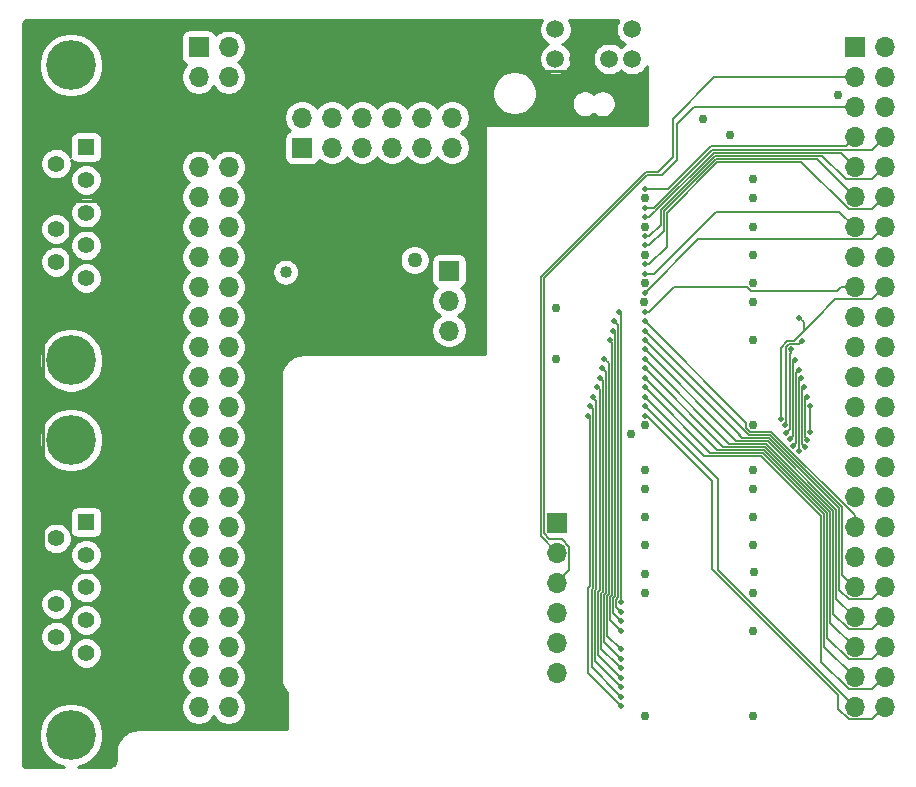
<source format=gbr>
%TF.GenerationSoftware,KiCad,Pcbnew,5.1.6-c6e7f7d~86~ubuntu18.04.1*%
%TF.CreationDate,2021-07-04T16:44:21-07:00*%
%TF.ProjectId,arrow_deca_retro_cape,6172726f-775f-4646-9563-615f72657472,rev?*%
%TF.SameCoordinates,Original*%
%TF.FileFunction,Copper,L4,Bot*%
%TF.FilePolarity,Positive*%
%FSLAX46Y46*%
G04 Gerber Fmt 4.6, Leading zero omitted, Abs format (unit mm)*
G04 Created by KiCad (PCBNEW 5.1.6-c6e7f7d~86~ubuntu18.04.1) date 2021-07-04 16:44:21*
%MOMM*%
%LPD*%
G01*
G04 APERTURE LIST*
%TA.AperFunction,ComponentPad*%
%ADD10O,1.700000X1.700000*%
%TD*%
%TA.AperFunction,ComponentPad*%
%ADD11R,1.700000X1.700000*%
%TD*%
%TA.AperFunction,ComponentPad*%
%ADD12C,4.216000*%
%TD*%
%TA.AperFunction,ComponentPad*%
%ADD13C,1.408000*%
%TD*%
%TA.AperFunction,ComponentPad*%
%ADD14R,1.408000X1.408000*%
%TD*%
%TA.AperFunction,ComponentPad*%
%ADD15C,1.498600*%
%TD*%
%TA.AperFunction,ViaPad*%
%ADD16C,0.762000*%
%TD*%
%TA.AperFunction,ViaPad*%
%ADD17C,1.270000*%
%TD*%
%TA.AperFunction,ViaPad*%
%ADD18C,1.016000*%
%TD*%
%TA.AperFunction,ViaPad*%
%ADD19C,0.508000*%
%TD*%
%TA.AperFunction,Conductor*%
%ADD20C,0.254000*%
%TD*%
%TA.AperFunction,Conductor*%
%ADD21C,0.127000*%
%TD*%
G04 APERTURE END LIST*
D10*
%TO.P,J8,6*%
%TO.N,GND*%
X96393000Y-78359000D03*
%TO.P,J8,5*%
%TO.N,/GPIO3*%
X96393000Y-75819000D03*
%TO.P,J8,4*%
%TO.N,/GPIO2*%
X96393000Y-73279000D03*
%TO.P,J8,3*%
%TO.N,/GPIO1*%
X96393000Y-70739000D03*
%TO.P,J8,2*%
%TO.N,/GPIO0*%
X96393000Y-68199000D03*
D11*
%TO.P,J8,1*%
%TO.N,+3V3*%
X96393000Y-65659000D03*
%TD*%
D10*
%TO.P,J7,3*%
%TO.N,/3V3_LDO*%
X87249000Y-49403000D03*
%TO.P,J7,2*%
%TO.N,+3V3*%
X87249000Y-46863000D03*
D11*
%TO.P,J7,1*%
%TO.N,+3.3VP*%
X87249000Y-44323000D03*
%TD*%
D12*
%TO.P,J4,S2*%
%TO.N,N/C*%
X55245000Y-51914000D03*
%TO.P,J4,S1*%
X55245000Y-26924000D03*
D13*
%TO.P,J4,9*%
%TO.N,/JOY0_PADDLE_A*%
X53975000Y-43574000D03*
%TO.P,J4,8*%
%TO.N,GND*%
X53975000Y-40804000D03*
%TO.P,J4,7*%
%TO.N,+5V*%
X53975000Y-38034000D03*
%TO.P,J4,6*%
%TO.N,/JOY0_TRIGGER*%
X53975000Y-35264000D03*
%TO.P,J4,5*%
%TO.N,/JOY0_PADDLE_B*%
X56515000Y-44959000D03*
%TO.P,J4,4*%
%TO.N,/JOY0_RIGHT*%
X56515000Y-42189000D03*
%TO.P,J4,3*%
%TO.N,/JOY0_LEFT*%
X56515000Y-39419000D03*
%TO.P,J4,2*%
%TO.N,/JOY0_DOWN*%
X56515000Y-36649000D03*
D14*
%TO.P,J4,1*%
%TO.N,/JOY0_UP*%
X56515000Y-33879000D03*
%TD*%
D12*
%TO.P,J6,S2*%
%TO.N,N/C*%
X55245000Y-83651000D03*
%TO.P,J6,S1*%
X55245000Y-58661000D03*
D13*
%TO.P,J6,9*%
%TO.N,/JOY1_PADDLE_A*%
X53975000Y-75311000D03*
%TO.P,J6,8*%
%TO.N,GND*%
X53975000Y-72541000D03*
%TO.P,J6,7*%
%TO.N,+5V*%
X53975000Y-69771000D03*
%TO.P,J6,6*%
%TO.N,/JOY1_TRIGGER*%
X53975000Y-67001000D03*
%TO.P,J6,5*%
%TO.N,/JOY1_PADDLE_B*%
X56515000Y-76696000D03*
%TO.P,J6,4*%
%TO.N,/JOY1_RIGHT*%
X56515000Y-73926000D03*
%TO.P,J6,3*%
%TO.N,/JOY1_LEFT*%
X56515000Y-71156000D03*
%TO.P,J6,2*%
%TO.N,/JOY1_DOWN*%
X56515000Y-68386000D03*
D14*
%TO.P,J6,1*%
%TO.N,/JOY1_UP*%
X56515000Y-65616000D03*
%TD*%
D15*
%TO.P,J5,8*%
%TO.N,N/C*%
X96250002Y-23900001D03*
%TO.P,J5,6*%
%TO.N,/PS2_CLK_5V*%
X102750001Y-23900001D03*
%TO.P,J5,5*%
%TO.N,GND*%
X102750070Y-26400001D03*
%TO.P,J5,3*%
%TO.N,N/C*%
X96250070Y-26400001D03*
%TO.P,J5,2*%
%TO.N,+5V*%
X98200000Y-26400001D03*
%TO.P,J5,1*%
%TO.N,/PS2_DATA_5V*%
X100800000Y-26400001D03*
%TD*%
D10*
%TO.P,J2,46*%
%TO.N,/A3*%
X124140000Y-81280000D03*
%TO.P,J2,45*%
%TO.N,/A2*%
X121600000Y-81280000D03*
%TO.P,J2,44*%
%TO.N,/A1*%
X124140000Y-78740000D03*
%TO.P,J2,43*%
%TO.N,/A0*%
X121600000Y-78740000D03*
%TO.P,J2,42*%
%TO.N,/A10*%
X124140000Y-76200000D03*
%TO.P,J2,41*%
%TO.N,/BA1*%
X121600000Y-76200000D03*
%TO.P,J2,40*%
%TO.N,/BA0*%
X124140000Y-73660000D03*
%TO.P,J2,39*%
%TO.N,/nCS0*%
X121600000Y-73660000D03*
%TO.P,J2,38*%
%TO.N,/nRAS*%
X124140000Y-71120000D03*
%TO.P,J2,37*%
%TO.N,/nCAS*%
X121600000Y-71120000D03*
%TO.P,J2,36*%
%TO.N,/GPIO3*%
X124140000Y-68580000D03*
%TO.P,J2,35*%
%TO.N,/GPIO2*%
X121600000Y-68580000D03*
%TO.P,J2,34*%
%TO.N,/A4*%
X124140000Y-66040000D03*
%TO.P,J2,33*%
%TO.N,/nWE*%
X121600000Y-66040000D03*
%TO.P,J2,32*%
%TO.N,/A6*%
X124140000Y-63500000D03*
%TO.P,J2,31*%
%TO.N,/A5*%
X121600000Y-63500000D03*
%TO.P,J2,30*%
%TO.N,/A8*%
X124140000Y-60960000D03*
%TO.P,J2,29*%
%TO.N,/A7*%
X121600000Y-60960000D03*
%TO.P,J2,28*%
%TO.N,/A11*%
X124140000Y-58420000D03*
%TO.P,J2,27*%
%TO.N,/A9*%
X121600000Y-58420000D03*
%TO.P,J2,26*%
%TO.N,/CLK*%
X124140000Y-55880000D03*
%TO.P,J2,25*%
%TO.N,/A12*%
X121600000Y-55880000D03*
%TO.P,J2,24*%
%TO.N,/DQ8*%
X124140000Y-53340000D03*
%TO.P,J2,23*%
%TO.N,/DQ9*%
X121600000Y-53340000D03*
%TO.P,J2,22*%
%TO.N,/DQ10*%
X124140000Y-50800000D03*
%TO.P,J2,21*%
%TO.N,/DQ11*%
X121600000Y-50800000D03*
%TO.P,J2,20*%
%TO.N,/DQ12*%
X124140000Y-48260000D03*
%TO.P,J2,19*%
%TO.N,/DQ13*%
X121600000Y-48260000D03*
%TO.P,J2,18*%
%TO.N,/UDQM*%
X124140000Y-45720000D03*
%TO.P,J2,17*%
%TO.N,/LDQM*%
X121600000Y-45720000D03*
%TO.P,J2,16*%
%TO.N,/DQ15*%
X124140000Y-43180000D03*
%TO.P,J2,15*%
%TO.N,/DQ14*%
X121600000Y-43180000D03*
%TO.P,J2,14*%
%TO.N,/DQ7*%
X124140000Y-40640000D03*
%TO.P,J2,13*%
%TO.N,/DQ6*%
X121600000Y-40640000D03*
%TO.P,J2,12*%
%TO.N,/DQ5*%
X124140000Y-38100000D03*
%TO.P,J2,11*%
%TO.N,/DQ4*%
X121600000Y-38100000D03*
%TO.P,J2,10*%
%TO.N,/DQ3*%
X124140000Y-35560000D03*
%TO.P,J2,9*%
%TO.N,/DQ2*%
X121600000Y-35560000D03*
%TO.P,J2,8*%
%TO.N,/DQ1*%
X124140000Y-33020000D03*
%TO.P,J2,7*%
%TO.N,/DQ0*%
X121600000Y-33020000D03*
%TO.P,J2,6*%
%TO.N,/PS2_DATA*%
X124140000Y-30480000D03*
%TO.P,J2,5*%
%TO.N,/GPIO1*%
X121600000Y-30480000D03*
%TO.P,J2,4*%
%TO.N,/PS2_CLK*%
X124140000Y-27940000D03*
%TO.P,J2,3*%
%TO.N,/GPIO0*%
X121600000Y-27940000D03*
%TO.P,J2,2*%
%TO.N,GND*%
X124140000Y-25400000D03*
D11*
%TO.P,J2,1*%
X121600000Y-25400000D03*
%TD*%
D10*
%TO.P,J3,46*%
%TO.N,GND*%
X68580000Y-81280000D03*
%TO.P,J3,45*%
X66040000Y-81280000D03*
%TO.P,J3,44*%
X68580000Y-78740000D03*
%TO.P,J3,43*%
X66040000Y-78740000D03*
%TO.P,J3,42*%
%TO.N,/J1_PADDLE_B*%
X68580000Y-76200000D03*
%TO.P,J3,41*%
%TO.N,N/C*%
X66040000Y-76200000D03*
%TO.P,J3,40*%
X68580000Y-73660000D03*
%TO.P,J3,39*%
X66040000Y-73660000D03*
%TO.P,J3,38*%
X68580000Y-71120000D03*
%TO.P,J3,37*%
X66040000Y-71120000D03*
%TO.P,J3,36*%
X68580000Y-68580000D03*
%TO.P,J3,35*%
X66040000Y-68580000D03*
%TO.P,J3,34*%
X68580000Y-66040000D03*
%TO.P,J3,33*%
X66040000Y-66040000D03*
%TO.P,J3,32*%
X68580000Y-63500000D03*
%TO.P,J3,31*%
%TO.N,/J1_PADDLE_A*%
X66040000Y-63500000D03*
%TO.P,J3,30*%
%TO.N,/J1_RIGHT*%
X68580000Y-60960000D03*
%TO.P,J3,29*%
%TO.N,/J1_LEFT*%
X66040000Y-60960000D03*
%TO.P,J3,28*%
%TO.N,/J1_DOWN*%
X68580000Y-58420000D03*
%TO.P,J3,27*%
%TO.N,/J1_TRIGGER*%
X66040000Y-58420000D03*
%TO.P,J3,26*%
%TO.N,/J1_UP*%
X68580000Y-55880000D03*
%TO.P,J3,25*%
%TO.N,/J0_PADDLE_B*%
X66040000Y-55880000D03*
%TO.P,J3,24*%
%TO.N,/J0_PADDLE_A*%
X68580000Y-53340000D03*
%TO.P,J3,23*%
%TO.N,/J0_RIGHT*%
X66040000Y-53340000D03*
%TO.P,J3,22*%
%TO.N,/J0_LEFT*%
X68580000Y-50800000D03*
%TO.P,J3,21*%
%TO.N,/J0_DOWN*%
X66040000Y-50800000D03*
%TO.P,J3,20*%
%TO.N,/J0_TRIGGER*%
X68580000Y-48260000D03*
%TO.P,J3,19*%
%TO.N,/J0_UP*%
X66040000Y-48260000D03*
%TO.P,J3,18*%
%TO.N,/PMOD_D1*%
X68580000Y-45720000D03*
%TO.P,J3,17*%
%TO.N,/PMOD_D0*%
X66040000Y-45720000D03*
%TO.P,J3,16*%
%TO.N,/PMOD_D3*%
X68580000Y-43180000D03*
%TO.P,J3,15*%
%TO.N,/PMOD_D2*%
X66040000Y-43180000D03*
%TO.P,J3,14*%
%TO.N,/PMOD_D5*%
X68580000Y-40640000D03*
%TO.P,J3,13*%
%TO.N,/PMOD_D4*%
X66040000Y-40640000D03*
%TO.P,J3,12*%
%TO.N,/PMOD_D7*%
X68580000Y-38100000D03*
%TO.P,J3,11*%
%TO.N,/PMOD_D6*%
X66040000Y-38100000D03*
%TO.P,J3,10*%
%TO.N,N/C*%
X68580000Y-35560000D03*
%TO.P,J3,9*%
X66040000Y-35560000D03*
%TO.P,J3,8*%
%TO.N,+5V*%
X68580000Y-33020000D03*
%TO.P,J3,7*%
X66040000Y-33020000D03*
%TO.P,J3,6*%
X68580000Y-30480000D03*
%TO.P,J3,5*%
X66040000Y-30480000D03*
%TO.P,J3,4*%
%TO.N,+3.3VP*%
X68580000Y-27940000D03*
%TO.P,J3,3*%
X66040000Y-27940000D03*
%TO.P,J3,2*%
%TO.N,GND*%
X68580000Y-25400000D03*
D11*
%TO.P,J3,1*%
X66040000Y-25400000D03*
%TD*%
D10*
%TO.P,J1,2*%
%TO.N,/PMOD_D5*%
X77343000Y-33909000D03*
%TO.P,J1,3*%
%TO.N,/PMOD_D3*%
X79883000Y-33909000D03*
D11*
%TO.P,J1,1*%
%TO.N,/PMOD_D7*%
X74803000Y-33909000D03*
D10*
%TO.P,J1,12*%
%TO.N,+3V3*%
X87503000Y-31369000D03*
%TO.P,J1,11*%
%TO.N,GND*%
X84963000Y-31369000D03*
%TO.P,J1,7*%
%TO.N,/PMOD_D6*%
X74803000Y-31369000D03*
%TO.P,J1,6*%
%TO.N,+3V3*%
X87503000Y-33909000D03*
%TO.P,J1,9*%
%TO.N,/PMOD_D2*%
X79883000Y-31369000D03*
%TO.P,J1,10*%
%TO.N,/PMOD_D0*%
X82423000Y-31369000D03*
%TO.P,J1,5*%
%TO.N,GND*%
X84963000Y-33909000D03*
%TO.P,J1,4*%
%TO.N,/PMOD_D1*%
X82423000Y-33909000D03*
%TO.P,J1,8*%
%TO.N,/PMOD_D4*%
X77343000Y-31369000D03*
%TD*%
D16*
%TO.N,GND*%
X102673184Y-58181645D03*
X96266000Y-47498000D03*
X103800000Y-70000000D03*
X103800000Y-65200000D03*
X103808909Y-45382853D03*
X103800000Y-40600000D03*
X113000000Y-82000000D03*
X113000000Y-71600000D03*
X113000000Y-67600000D03*
X113000000Y-62800000D03*
X113000000Y-61200000D03*
X113000000Y-57400000D03*
X113000000Y-36600000D03*
X113000000Y-38200000D03*
X113000000Y-43000000D03*
X113000000Y-47000000D03*
X110998000Y-32804910D03*
D17*
X84328000Y-43434000D03*
D18*
X73406000Y-44450000D03*
D17*
%TO.N,+5V*%
X72009000Y-49022000D03*
D16*
%TO.N,+3V3*%
X113030000Y-69850000D03*
X108712000Y-31496000D03*
X96266000Y-51816000D03*
X103828000Y-82028000D03*
X103800000Y-71600000D03*
X103800000Y-67600000D03*
X103800000Y-62800000D03*
X103800000Y-61200000D03*
X103795881Y-47004119D03*
X103800000Y-43000000D03*
X103800000Y-38200000D03*
X103800000Y-57400000D03*
X113000000Y-74800000D03*
X113000000Y-65200000D03*
X113000000Y-40600000D03*
X113000000Y-45400000D03*
X113000000Y-50200000D03*
X120142000Y-29464000D03*
D19*
%TO.N,/A3*%
X101800000Y-81200000D03*
X99000000Y-56600000D03*
X103800000Y-56600000D03*
%TO.N,/A2*%
X101800000Y-80400000D03*
X99200000Y-55800000D03*
X103800000Y-55800000D03*
%TO.N,/A1*%
X101800000Y-79600000D03*
X99400000Y-55000000D03*
X103800000Y-55000000D03*
%TO.N,/A0*%
X99800000Y-54200000D03*
X101800000Y-78800000D03*
X103800000Y-54200000D03*
%TO.N,/A10*%
X101800000Y-78000000D03*
X100000000Y-53400000D03*
X103800000Y-53400000D03*
%TO.N,/BA1*%
X101800000Y-77200000D03*
X100200000Y-52600000D03*
X103800000Y-52600000D03*
%TO.N,/BA0*%
X101800000Y-76400000D03*
X100400000Y-51800000D03*
X103800000Y-51800000D03*
%TO.N,/nCS0*%
X103800000Y-51000000D03*
%TO.N,/nRAS*%
X101800000Y-74800000D03*
X100847455Y-50200000D03*
X103800000Y-50200000D03*
%TO.N,/nCAS*%
X101800000Y-74000000D03*
X101101436Y-49400000D03*
X103800000Y-49400000D03*
%TO.N,/UDQM*%
X115316000Y-56896000D03*
X116900000Y-48300000D03*
%TO.N,/LDQM*%
X101600000Y-47800000D03*
X101800000Y-72400000D03*
X103800000Y-47800000D03*
%TO.N,/nWE*%
X103800000Y-48600000D03*
X101799149Y-73235011D03*
X101200000Y-48600000D03*
%TO.N,/A6*%
X117589382Y-55000000D03*
X117589368Y-58634912D03*
%TO.N,/A5*%
X117843371Y-58000000D03*
X117843372Y-55800000D03*
%TO.N,/A8*%
X117081346Y-53400000D03*
X116857063Y-59642938D03*
%TO.N,/A7*%
X117335361Y-54200000D03*
X117400000Y-59300000D03*
%TO.N,/A11*%
X116100000Y-58600000D03*
X116544510Y-51864916D03*
%TO.N,/A9*%
X116400831Y-59199170D03*
X116865185Y-52734815D03*
%TO.N,/CLK*%
X117094000Y-50292000D03*
X115676721Y-57418608D03*
%TO.N,/A12*%
X116210000Y-50990000D03*
X115760512Y-58063355D03*
%TO.N,/DQ7*%
X103800000Y-46200000D03*
%TO.N,/DQ6*%
X103800000Y-44600000D03*
%TO.N,/DQ5*%
X103800000Y-43800000D03*
%TO.N,/DQ4*%
X103800000Y-42200000D03*
%TO.N,/DQ3*%
X103800000Y-41400000D03*
%TO.N,/DQ2*%
X103800000Y-39800000D03*
%TO.N,/DQ1*%
X103800000Y-39000000D03*
%TO.N,/DQ0*%
X103800000Y-37400000D03*
%TD*%
D20*
%TO.N,+5V*%
X66040000Y-33020000D02*
X68580000Y-33020000D01*
X68580000Y-33020000D02*
X68580000Y-30480000D01*
X68580000Y-30480000D02*
X66040000Y-30480000D01*
X71691500Y-27368500D02*
X68580000Y-30480000D01*
X71726302Y-27403302D02*
X71691500Y-27368500D01*
X97196699Y-27403302D02*
X71726302Y-27403302D01*
X98200000Y-26400001D02*
X97196699Y-27403302D01*
X66040000Y-33020000D02*
X62865000Y-36195000D01*
X62865000Y-36195000D02*
X60579000Y-36195000D01*
X54401999Y-38460999D02*
X53975000Y-38034000D01*
X58313001Y-38460999D02*
X54401999Y-38460999D01*
X60579000Y-36195000D02*
X58313001Y-38460999D01*
X53975000Y-38034000D02*
X55118000Y-39177000D01*
X55118000Y-39177000D02*
X55118000Y-48133000D01*
X52882999Y-68678999D02*
X53975000Y-69771000D01*
X52882999Y-50368001D02*
X52882999Y-68678999D01*
X55118000Y-48133000D02*
X52882999Y-50368001D01*
X68580000Y-33020000D02*
X71755000Y-36195000D01*
X71755000Y-48768000D02*
X72009000Y-49022000D01*
X71755000Y-36195000D02*
X71755000Y-48768000D01*
D21*
%TO.N,/A3*%
X103968762Y-56600000D02*
X104184381Y-56815619D01*
X103800000Y-56600000D02*
X103968762Y-56600000D01*
X104184381Y-56815619D02*
X104039141Y-56670380D01*
X99200000Y-56800000D02*
X99000000Y-56600000D01*
X99200000Y-71000000D02*
X99200000Y-56800000D01*
X99000000Y-71200000D02*
X99200000Y-71000000D01*
X99000000Y-78400000D02*
X99000000Y-71200000D01*
X101800000Y-81200000D02*
X99000000Y-78400000D01*
X124140000Y-81280000D02*
X123099499Y-82320501D01*
X121100559Y-82320501D02*
X120190029Y-81409971D01*
X123099499Y-82320501D02*
X121100559Y-82320501D01*
X109545991Y-62177229D02*
X104184381Y-56815619D01*
X120190029Y-81409971D02*
X120190029Y-80229253D01*
X120190029Y-80229253D02*
X109545991Y-69585215D01*
X109545991Y-69585215D02*
X109545991Y-62177229D01*
%TO.N,/A2*%
X103997000Y-55997000D02*
X104003000Y-55997000D01*
X103800000Y-55800000D02*
X103997000Y-55997000D01*
X103886000Y-55880000D02*
X104003000Y-55997000D01*
X101546001Y-80146001D02*
X101800000Y-80400000D01*
X99472208Y-71196130D02*
X99323411Y-71344927D01*
X99323411Y-77923411D02*
X101546001Y-80146001D01*
X99472208Y-56072208D02*
X99472208Y-71196130D01*
X99200000Y-55800000D02*
X99472208Y-56072208D01*
X99323411Y-71344927D02*
X99323411Y-77923411D01*
X121600000Y-81240776D02*
X121600000Y-81280000D01*
X104003000Y-55997000D02*
X110003000Y-61997000D01*
X110003000Y-69683000D02*
X121600000Y-81280000D01*
X110003000Y-61997000D02*
X110003000Y-69683000D01*
%TO.N,/A1*%
X99400000Y-55000000D02*
X99726281Y-55326281D01*
X101546001Y-79346001D02*
X101800000Y-79600000D01*
X99726281Y-55326281D02*
X99726281Y-71301283D01*
X99577422Y-71450141D02*
X99577422Y-77377422D01*
X99577422Y-77377422D02*
X101546001Y-79346001D01*
X99726281Y-71301283D02*
X99577422Y-71450141D01*
X113702814Y-60003589D02*
X108803589Y-60003589D01*
X118781422Y-77461364D02*
X118781422Y-65082197D01*
X123099499Y-79780501D02*
X121100559Y-79780501D01*
X118781422Y-65082197D02*
X113702814Y-60003589D01*
X121100559Y-79780501D02*
X118781422Y-77461364D01*
X108803589Y-60003589D02*
X104053999Y-55253999D01*
X124140000Y-78740000D02*
X123099499Y-79780501D01*
X104053999Y-55253999D02*
X103800000Y-55000000D01*
%TO.N,/A0*%
X99990490Y-54390490D02*
X99990490Y-71396298D01*
X99831433Y-71555355D02*
X99831433Y-76831433D01*
X99800000Y-54200000D02*
X99990490Y-54390490D01*
X99990490Y-71396298D02*
X99831433Y-71555355D01*
X99831433Y-76831433D02*
X101546001Y-78546001D01*
X101546001Y-78546001D02*
X101800000Y-78800000D01*
X119035433Y-76175433D02*
X119035433Y-64976983D01*
X109349578Y-59749578D02*
X104053999Y-54453999D01*
X104053999Y-54453999D02*
X103800000Y-54200000D01*
X119035433Y-64976983D02*
X113808028Y-59749578D01*
X113808028Y-59749578D02*
X109349578Y-59749578D01*
X121600000Y-78740000D02*
X119035433Y-76175433D01*
%TO.N,/A10*%
X101546001Y-77746001D02*
X101800000Y-78000000D01*
X100085444Y-73339431D02*
X100129954Y-73383941D01*
X100129954Y-73383941D02*
X100129954Y-76329954D01*
X100000000Y-53400000D02*
X100244501Y-53644501D01*
X100129954Y-76329954D02*
X101546001Y-77746001D01*
X100244501Y-53644501D02*
X100244501Y-71501512D01*
X100244501Y-71501512D02*
X100085444Y-71660569D01*
X100085444Y-71660569D02*
X100085444Y-73339431D01*
X121100559Y-77240501D02*
X119289444Y-75429386D01*
X109895567Y-59495567D02*
X103800000Y-53400000D01*
X124140000Y-76200000D02*
X123099499Y-77240501D01*
X113913242Y-59495567D02*
X109895567Y-59495567D01*
X119289444Y-75429386D02*
X119289444Y-64871769D01*
X123099499Y-77240501D02*
X121100559Y-77240501D01*
X119289444Y-64871769D02*
X113913242Y-59495567D01*
%TO.N,/BA1*%
X100498512Y-71606726D02*
X100339455Y-71765783D01*
X100383966Y-73278728D02*
X100383966Y-75783966D01*
X100383966Y-75783966D02*
X101800000Y-77200000D01*
X100339455Y-73234217D02*
X100383966Y-73278728D01*
X100339455Y-71765783D02*
X100339455Y-73234217D01*
X100498512Y-52898512D02*
X100498512Y-71606726D01*
X100200000Y-52600000D02*
X100498512Y-52898512D01*
X110441556Y-59241556D02*
X114018456Y-59241556D01*
X114018456Y-59241556D02*
X119543455Y-64766555D01*
X103800000Y-52600000D02*
X110441556Y-59241556D01*
X119543455Y-74143455D02*
X121600000Y-76200000D01*
X119543455Y-64766555D02*
X119543455Y-74143455D01*
%TO.N,/BA0*%
X100593466Y-73129003D02*
X100637977Y-73173514D01*
X100637977Y-75237977D02*
X101800000Y-76400000D01*
X100400000Y-51800000D02*
X100752523Y-52152523D01*
X100752523Y-52152523D02*
X100752523Y-71711940D01*
X100593466Y-71870997D02*
X100593466Y-73129003D01*
X100752523Y-71711940D02*
X100593466Y-71870997D01*
X100637977Y-73173514D02*
X100637977Y-75237977D01*
X119797466Y-64661341D02*
X119797466Y-73397408D01*
X103800000Y-51800000D02*
X110987545Y-58987545D01*
X110987545Y-58987545D02*
X114123670Y-58987545D01*
X119797466Y-73397408D02*
X121100559Y-74700501D01*
X114123670Y-58987545D02*
X119797466Y-64661341D01*
X123099499Y-74700501D02*
X124140000Y-73660000D01*
X121100559Y-74700501D02*
X123099499Y-74700501D01*
%TO.N,/nCS0*%
X103800000Y-51000000D02*
X111299391Y-58499391D01*
X111331391Y-58499391D02*
X111565534Y-58733534D01*
X111565534Y-58733534D02*
X114228884Y-58733534D01*
X120051477Y-72111477D02*
X121600000Y-73660000D01*
X114228884Y-58733534D02*
X120051477Y-64556127D01*
X120051477Y-64556127D02*
X120051477Y-72111477D01*
%TO.N,/nRAS*%
X103800000Y-50200000D02*
X111845380Y-58245380D01*
X100847455Y-50247455D02*
X100847455Y-50200000D01*
X101006534Y-50406534D02*
X100847455Y-50247455D01*
X100847477Y-71976211D02*
X101006534Y-71817154D01*
X100847477Y-73023789D02*
X100847477Y-71976211D01*
X101006534Y-71817154D02*
X101006534Y-50406534D01*
X100891988Y-73068300D02*
X100847477Y-73023789D01*
X100891988Y-73891988D02*
X100891988Y-73068300D01*
X101800000Y-74800000D02*
X100891988Y-73891988D01*
X114334098Y-58479523D02*
X120305488Y-64450913D01*
X120305488Y-71365430D02*
X121100559Y-72160501D01*
X120305488Y-64450913D02*
X120305488Y-71365430D01*
X121100559Y-72160501D02*
X123099499Y-72160501D01*
X112073523Y-58479523D02*
X114334098Y-58479523D01*
X111839380Y-58245380D02*
X112073523Y-58479523D01*
X123099499Y-72160501D02*
X124140000Y-71120000D01*
%TO.N,/nCAS*%
X101101488Y-72918575D02*
X101145999Y-72963086D01*
X101291979Y-49590543D02*
X101291979Y-71890935D01*
X101101436Y-49400000D02*
X101291979Y-49590543D01*
X101145999Y-73345999D02*
X101800000Y-74000000D01*
X101291979Y-71890935D02*
X101101488Y-72081425D01*
X101145999Y-72963086D02*
X101145999Y-73345999D01*
X101101488Y-72081425D02*
X101101488Y-72918575D01*
X112174488Y-57779535D02*
X112620465Y-58225512D01*
X120559499Y-64345699D02*
X120559499Y-70079499D01*
X112174488Y-57774488D02*
X112174488Y-57779535D01*
X112620465Y-58225512D02*
X114439312Y-58225512D01*
X120559499Y-70079499D02*
X121600000Y-71120000D01*
X103800000Y-49400000D02*
X112174488Y-57774488D01*
X114439312Y-58225512D02*
X120559499Y-64345699D01*
%TO.N,/UDQM*%
X115891425Y-50291488D02*
X116436650Y-50291488D01*
X115316000Y-56896000D02*
X115316000Y-50866913D01*
X115316000Y-50866913D02*
X115891425Y-50291488D01*
X117264069Y-48664069D02*
X117264069Y-49464069D01*
X116900000Y-48300000D02*
X117264069Y-48664069D01*
X116436650Y-50291488D02*
X117264069Y-49464069D01*
X118214138Y-48514000D02*
X117264069Y-49464069D01*
X123099499Y-46760501D02*
X119967637Y-46760501D01*
X119967637Y-46760501D02*
X118214138Y-48514000D01*
X124140000Y-45720000D02*
X123099499Y-46760501D01*
%TO.N,/LDQM*%
X101800000Y-48000000D02*
X101600000Y-47800000D01*
X101800000Y-72355490D02*
X101800000Y-48000000D01*
X112474178Y-45720000D02*
X112791679Y-46037501D01*
X120397919Y-45720000D02*
X121600000Y-45720000D01*
X120080418Y-46037501D02*
X120397919Y-45720000D01*
X112791679Y-46037501D02*
X120080418Y-46037501D01*
X103800000Y-47800000D02*
X104197210Y-47800000D01*
X106277210Y-45720000D02*
X112474178Y-45720000D01*
X104197210Y-47800000D02*
X106277210Y-45720000D01*
%TO.N,/nWE*%
X101355499Y-72791361D02*
X101799149Y-73235011D01*
X101355499Y-72186639D02*
X101355499Y-72791361D01*
X101545990Y-71996148D02*
X101355499Y-72186639D01*
X101545990Y-48945990D02*
X101545990Y-49054010D01*
X101200000Y-48600000D02*
X101545990Y-48945990D01*
X101545990Y-49054010D02*
X101545990Y-71996148D01*
X112428499Y-57228499D02*
X112428499Y-57674321D01*
X103800000Y-48600000D02*
X112428499Y-57228499D01*
X112725679Y-57971501D02*
X114544526Y-57971501D01*
X112428499Y-57674321D02*
X112725679Y-57971501D01*
X114544526Y-57971501D02*
X121600000Y-65026975D01*
X121600000Y-65026975D02*
X121600000Y-66040000D01*
%TO.N,/A6*%
X117589382Y-55000000D02*
X117398869Y-55190513D01*
X117398869Y-55190513D02*
X117398869Y-58444413D01*
X117398869Y-58444413D02*
X117589368Y-58634912D01*
%TO.N,/A5*%
X117843371Y-58000000D02*
X117843372Y-57640789D01*
X117843372Y-57640789D02*
X117843372Y-55800000D01*
%TO.N,/A8*%
X116890847Y-53590499D02*
X116890847Y-57098278D01*
X117081346Y-53400000D02*
X116890847Y-53590499D01*
X116890847Y-59609154D02*
X116857063Y-59642938D01*
X116890847Y-57098278D02*
X116890847Y-59609154D01*
%TO.N,/A7*%
X117144858Y-59044858D02*
X117400000Y-59300000D01*
X117144858Y-54390503D02*
X117144858Y-59044858D01*
X117335361Y-54200000D02*
X117144858Y-54390503D01*
%TO.N,/A11*%
X116375232Y-52034194D02*
X116544510Y-51864916D01*
X116375232Y-58324768D02*
X116375232Y-52034194D01*
X116100000Y-58600000D02*
X116375232Y-58324768D01*
%TO.N,/A9*%
X116636836Y-57236836D02*
X116636836Y-57453749D01*
X116636836Y-57012063D02*
X116636836Y-57236836D01*
X116636836Y-58963165D02*
X116400831Y-59199170D01*
X116636836Y-57453749D02*
X116636836Y-58963165D01*
X116636836Y-52963164D02*
X116865185Y-52734815D01*
X116636836Y-57236836D02*
X116636836Y-52963164D01*
%TO.N,/CLK*%
X117094000Y-50292000D02*
X116840501Y-50545499D01*
X116840501Y-50545499D02*
X115996639Y-50545499D01*
X115765499Y-57329830D02*
X115676721Y-57418608D01*
X115996639Y-50545499D02*
X115765499Y-50776639D01*
X115765499Y-50776639D02*
X115765499Y-57329830D01*
%TO.N,/A12*%
X116128814Y-51071186D02*
X116210000Y-50990000D01*
X116210000Y-50990000D02*
X116091182Y-51108818D01*
X116210000Y-50990000D02*
X116210000Y-51290000D01*
X116210000Y-51290000D02*
X116100000Y-51400000D01*
X116121222Y-57702645D02*
X115760512Y-58063355D01*
X116121222Y-57205247D02*
X116121222Y-57702645D01*
X116100000Y-51400000D02*
X116100000Y-57184025D01*
X116100000Y-57184025D02*
X116121222Y-57205247D01*
%TO.N,/DQ7*%
X124140000Y-40640000D02*
X123099499Y-41680501D01*
X108319499Y-41680501D02*
X108519499Y-41680501D01*
X103800000Y-46200000D02*
X108319499Y-41680501D01*
X108519499Y-41680501D02*
X108433486Y-41680501D01*
X123099499Y-41680501D02*
X108519499Y-41680501D01*
%TO.N,/DQ6*%
X120305488Y-39345488D02*
X109875201Y-39345488D01*
X121600000Y-40640000D02*
X120305488Y-39345488D01*
X104620689Y-44600000D02*
X109875201Y-39345488D01*
X103800000Y-44600000D02*
X104620689Y-44600000D01*
%TO.N,/DQ5*%
X109961994Y-35115556D02*
X105666324Y-39411226D01*
X123099499Y-39140501D02*
X121100559Y-39140501D01*
X124140000Y-38100000D02*
X123099499Y-39140501D01*
X117075614Y-35115556D02*
X109961994Y-35115556D01*
X121100559Y-39140501D02*
X117075614Y-35115556D01*
X105666324Y-39411226D02*
X105666324Y-42333676D01*
X104200000Y-43800000D02*
X103800000Y-43800000D01*
X105666324Y-42333676D02*
X104200000Y-43800000D01*
%TO.N,/DQ4*%
X104200000Y-42200000D02*
X103800000Y-42200000D01*
X105412313Y-40987687D02*
X104200000Y-42200000D01*
X109856780Y-34861545D02*
X105412313Y-39306012D01*
X105412313Y-39306012D02*
X105412313Y-40987687D01*
X118361545Y-34861545D02*
X109856780Y-34861545D01*
X121600000Y-38100000D02*
X118361545Y-34861545D01*
%TO.N,/DQ3*%
X123099499Y-36600501D02*
X120841401Y-36600501D01*
X124140000Y-35560000D02*
X123099499Y-36600501D01*
X118848434Y-34607534D02*
X109751566Y-34607534D01*
X109751566Y-34607534D02*
X105158302Y-39200798D01*
X120841401Y-36600501D02*
X118848434Y-34607534D01*
X105158302Y-39200798D02*
X105158302Y-40441698D01*
X104200000Y-41400000D02*
X103800000Y-41400000D01*
X105158302Y-40441698D02*
X104200000Y-41400000D01*
%TO.N,/DQ2*%
X121600000Y-35560000D02*
X120393523Y-34353523D01*
X109646352Y-34353523D02*
X104713800Y-39286075D01*
X120393523Y-34353523D02*
X109646352Y-34353523D01*
X104713800Y-39286075D02*
X104713800Y-39286200D01*
X104200000Y-39800000D02*
X103800000Y-39800000D01*
X104713800Y-39286200D02*
X104200000Y-39800000D01*
%TO.N,/DQ1*%
X104600000Y-39000000D02*
X103800000Y-39000000D01*
X109500488Y-34099512D02*
X104600000Y-39000000D01*
X123060488Y-34099512D02*
X109500488Y-34099512D01*
X124140000Y-33020000D02*
X123060488Y-34099512D01*
%TO.N,/DQ0*%
X121600000Y-33020000D02*
X121282499Y-33337501D01*
X120820000Y-33800000D02*
X121600000Y-33020000D01*
X109400000Y-33800000D02*
X120820000Y-33800000D01*
X105800000Y-37400000D02*
X109400000Y-33800000D01*
X103800000Y-37400000D02*
X105800000Y-37400000D01*
%TO.N,/GPIO1*%
X121600000Y-30480000D02*
X107950000Y-30480000D01*
X107950000Y-30480000D02*
X106553000Y-31877000D01*
X106553000Y-31877000D02*
X106553000Y-34925000D01*
X106553000Y-34925000D02*
X105283000Y-36195000D01*
X105283000Y-36195000D02*
X104013000Y-36195000D01*
X104013000Y-36195000D02*
X95250000Y-44958000D01*
X95250000Y-66558902D02*
X95747098Y-67056000D01*
X95250000Y-44958000D02*
X95250000Y-66558902D01*
X97433501Y-69698499D02*
X96393000Y-70739000D01*
X97433501Y-67699559D02*
X97433501Y-69698499D01*
X96789942Y-67056000D02*
X97433501Y-67699559D01*
X95747098Y-67056000D02*
X96789942Y-67056000D01*
%TO.N,/GPIO0*%
X121600000Y-27940000D02*
X109683950Y-27940000D01*
X109683950Y-27940000D02*
X106172000Y-31451950D01*
X106172000Y-31451950D02*
X106172000Y-34671000D01*
X106172000Y-34671000D02*
X104902011Y-35940989D01*
X104902011Y-35940989D02*
X103907786Y-35940989D01*
X103907786Y-35940989D02*
X94995989Y-44852786D01*
X94995989Y-44852786D02*
X94995989Y-66801989D01*
X94995989Y-66801989D02*
X96393000Y-68199000D01*
%TD*%
D20*
%TO.N,+5V*%
G36*
X95023251Y-23244289D02*
G01*
X94918900Y-23496216D01*
X94865702Y-23763659D01*
X94865702Y-24036343D01*
X94918900Y-24303786D01*
X95023251Y-24555713D01*
X95174746Y-24782441D01*
X95367562Y-24975257D01*
X95594290Y-25126752D01*
X95650452Y-25150015D01*
X95594358Y-25173250D01*
X95367630Y-25324745D01*
X95174814Y-25517561D01*
X95023319Y-25744289D01*
X94918968Y-25996216D01*
X94865770Y-26263659D01*
X94865770Y-26536343D01*
X94918968Y-26803786D01*
X95023319Y-27055713D01*
X95174814Y-27282441D01*
X95367630Y-27475257D01*
X95594358Y-27626752D01*
X95846285Y-27731103D01*
X96113728Y-27784301D01*
X96386412Y-27784301D01*
X96653855Y-27731103D01*
X96905782Y-27626752D01*
X97132510Y-27475257D01*
X97325326Y-27282441D01*
X97476821Y-27055713D01*
X97581172Y-26803786D01*
X97634370Y-26536343D01*
X97634370Y-26263659D01*
X97581172Y-25996216D01*
X97476821Y-25744289D01*
X97325326Y-25517561D01*
X97132510Y-25324745D01*
X96905782Y-25173250D01*
X96849620Y-25149987D01*
X96905714Y-25126752D01*
X97132442Y-24975257D01*
X97325258Y-24782441D01*
X97476753Y-24555713D01*
X97581104Y-24303786D01*
X97634302Y-24036343D01*
X97634302Y-23763659D01*
X97581104Y-23496216D01*
X97476753Y-23244289D01*
X97406401Y-23139000D01*
X101593602Y-23139000D01*
X101523250Y-23244289D01*
X101418899Y-23496216D01*
X101365701Y-23763659D01*
X101365701Y-24036343D01*
X101418899Y-24303786D01*
X101523250Y-24555713D01*
X101674745Y-24782441D01*
X101867561Y-24975257D01*
X102094289Y-25126752D01*
X102150452Y-25150015D01*
X102094358Y-25173250D01*
X101867630Y-25324745D01*
X101775035Y-25417340D01*
X101682440Y-25324745D01*
X101455712Y-25173250D01*
X101203785Y-25068899D01*
X100936342Y-25015701D01*
X100663658Y-25015701D01*
X100396215Y-25068899D01*
X100144288Y-25173250D01*
X99917560Y-25324745D01*
X99724744Y-25517561D01*
X99573249Y-25744289D01*
X99468898Y-25996216D01*
X99415700Y-26263659D01*
X99415700Y-26536343D01*
X99468898Y-26803786D01*
X99573249Y-27055713D01*
X99724744Y-27282441D01*
X99917560Y-27475257D01*
X100144288Y-27626752D01*
X100396215Y-27731103D01*
X100663658Y-27784301D01*
X100936342Y-27784301D01*
X101203785Y-27731103D01*
X101455712Y-27626752D01*
X101682440Y-27475257D01*
X101775035Y-27382662D01*
X101867630Y-27475257D01*
X102094358Y-27626752D01*
X102346285Y-27731103D01*
X102613728Y-27784301D01*
X102886412Y-27784301D01*
X103153855Y-27731103D01*
X103405782Y-27626752D01*
X103632510Y-27475257D01*
X103825326Y-27282441D01*
X103976821Y-27055713D01*
X104013000Y-26968369D01*
X104013000Y-32004000D01*
X90424000Y-32004000D01*
X90399224Y-32006440D01*
X90375399Y-32013667D01*
X90353443Y-32025403D01*
X90334197Y-32041197D01*
X90318403Y-32060443D01*
X90306667Y-32082399D01*
X90299440Y-32106224D01*
X90297000Y-32131000D01*
X90297000Y-51410000D01*
X74897581Y-51410000D01*
X74869135Y-51412802D01*
X74861318Y-51412747D01*
X74852147Y-51413646D01*
X74605644Y-51439554D01*
X74547028Y-51451586D01*
X74488284Y-51462792D01*
X74479462Y-51465456D01*
X74242686Y-51538751D01*
X74187555Y-51561926D01*
X74132080Y-51584339D01*
X74123944Y-51588666D01*
X73905914Y-51706554D01*
X73856346Y-51739988D01*
X73806265Y-51772760D01*
X73799124Y-51778584D01*
X73608144Y-51936577D01*
X73566005Y-51979012D01*
X73523255Y-52020875D01*
X73517381Y-52027976D01*
X73360727Y-52220054D01*
X73327655Y-52269831D01*
X73293826Y-52319237D01*
X73289444Y-52327343D01*
X73173081Y-52546191D01*
X73150298Y-52601468D01*
X73126721Y-52656475D01*
X73123997Y-52665278D01*
X73052357Y-52902559D01*
X73040736Y-52961246D01*
X73028300Y-53019752D01*
X73027337Y-53028917D01*
X73003150Y-53275595D01*
X73000000Y-53307582D01*
X73000001Y-78772419D01*
X73002802Y-78800855D01*
X73002747Y-78808682D01*
X73003646Y-78817853D01*
X73029554Y-79064357D01*
X73041589Y-79122986D01*
X73052792Y-79181716D01*
X73055456Y-79190538D01*
X73128751Y-79427314D01*
X73151931Y-79482457D01*
X73174339Y-79537920D01*
X73178665Y-79546054D01*
X73178667Y-79546059D01*
X73178670Y-79546064D01*
X73296553Y-79764086D01*
X73329988Y-79813654D01*
X73362759Y-79863735D01*
X73368584Y-79870876D01*
X73526577Y-80061856D01*
X73533000Y-80068234D01*
X73533000Y-83160000D01*
X60927581Y-83160000D01*
X60899135Y-83162802D01*
X60891318Y-83162747D01*
X60882147Y-83163646D01*
X60635644Y-83189554D01*
X60577028Y-83201586D01*
X60518284Y-83212792D01*
X60509462Y-83215456D01*
X60272686Y-83288751D01*
X60217555Y-83311926D01*
X60162080Y-83334339D01*
X60153944Y-83338666D01*
X59935914Y-83456554D01*
X59886346Y-83489988D01*
X59836265Y-83522760D01*
X59829124Y-83528584D01*
X59638144Y-83686577D01*
X59596005Y-83729012D01*
X59553255Y-83770875D01*
X59547381Y-83777976D01*
X59390727Y-83970054D01*
X59357655Y-84019831D01*
X59323826Y-84069237D01*
X59319444Y-84077343D01*
X59203081Y-84296191D01*
X59180298Y-84351468D01*
X59156721Y-84406475D01*
X59153997Y-84415278D01*
X59082357Y-84652559D01*
X59070736Y-84711246D01*
X59058300Y-84769752D01*
X59057337Y-84778917D01*
X59033150Y-85025595D01*
X59030000Y-85057581D01*
X59030000Y-85692721D01*
X59015278Y-85842869D01*
X58981047Y-85956246D01*
X58925446Y-86060817D01*
X58850594Y-86152595D01*
X58759335Y-86228091D01*
X58655160Y-86284419D01*
X58542024Y-86319440D01*
X58393979Y-86335000D01*
X55811775Y-86335000D01*
X56045104Y-86288588D01*
X56544298Y-86081815D01*
X56993560Y-85781627D01*
X57375627Y-85399560D01*
X57675815Y-84950298D01*
X57882588Y-84451104D01*
X57988000Y-83921162D01*
X57988000Y-83380838D01*
X57882588Y-82850896D01*
X57675815Y-82351702D01*
X57375627Y-81902440D01*
X56993560Y-81520373D01*
X56544298Y-81220185D01*
X56045104Y-81013412D01*
X55515162Y-80908000D01*
X54974838Y-80908000D01*
X54444896Y-81013412D01*
X53945702Y-81220185D01*
X53496440Y-81520373D01*
X53114373Y-81902440D01*
X52814185Y-82351702D01*
X52607412Y-82850896D01*
X52502000Y-83380838D01*
X52502000Y-83921162D01*
X52607412Y-84451104D01*
X52814185Y-84950298D01*
X53114373Y-85399560D01*
X53496440Y-85781627D01*
X53945702Y-86081815D01*
X54444896Y-86288588D01*
X54678225Y-86335000D01*
X51340277Y-86335000D01*
X51288805Y-86329953D01*
X51270337Y-86324377D01*
X51253307Y-86315322D01*
X51238357Y-86303129D01*
X51226061Y-86288266D01*
X51216889Y-86271303D01*
X51211183Y-86252871D01*
X51206000Y-86203554D01*
X51206000Y-75179120D01*
X52636000Y-75179120D01*
X52636000Y-75442880D01*
X52687457Y-75701572D01*
X52788393Y-75945254D01*
X52934931Y-76164563D01*
X53121437Y-76351069D01*
X53340746Y-76497607D01*
X53584428Y-76598543D01*
X53843120Y-76650000D01*
X54106880Y-76650000D01*
X54365572Y-76598543D01*
X54448676Y-76564120D01*
X55176000Y-76564120D01*
X55176000Y-76827880D01*
X55227457Y-77086572D01*
X55328393Y-77330254D01*
X55474931Y-77549563D01*
X55661437Y-77736069D01*
X55880746Y-77882607D01*
X56124428Y-77983543D01*
X56383120Y-78035000D01*
X56646880Y-78035000D01*
X56905572Y-77983543D01*
X57149254Y-77882607D01*
X57368563Y-77736069D01*
X57555069Y-77549563D01*
X57701607Y-77330254D01*
X57802543Y-77086572D01*
X57854000Y-76827880D01*
X57854000Y-76564120D01*
X57802543Y-76305428D01*
X57701607Y-76061746D01*
X57555069Y-75842437D01*
X57368563Y-75655931D01*
X57149254Y-75509393D01*
X56905572Y-75408457D01*
X56646880Y-75357000D01*
X56383120Y-75357000D01*
X56124428Y-75408457D01*
X55880746Y-75509393D01*
X55661437Y-75655931D01*
X55474931Y-75842437D01*
X55328393Y-76061746D01*
X55227457Y-76305428D01*
X55176000Y-76564120D01*
X54448676Y-76564120D01*
X54609254Y-76497607D01*
X54828563Y-76351069D01*
X55015069Y-76164563D01*
X55161607Y-75945254D01*
X55262543Y-75701572D01*
X55314000Y-75442880D01*
X55314000Y-75179120D01*
X55262543Y-74920428D01*
X55161607Y-74676746D01*
X55015069Y-74457437D01*
X54828563Y-74270931D01*
X54609254Y-74124393D01*
X54365572Y-74023457D01*
X54106880Y-73972000D01*
X53843120Y-73972000D01*
X53584428Y-74023457D01*
X53340746Y-74124393D01*
X53121437Y-74270931D01*
X52934931Y-74457437D01*
X52788393Y-74676746D01*
X52687457Y-74920428D01*
X52636000Y-75179120D01*
X51206000Y-75179120D01*
X51206000Y-72409120D01*
X52636000Y-72409120D01*
X52636000Y-72672880D01*
X52687457Y-72931572D01*
X52788393Y-73175254D01*
X52934931Y-73394563D01*
X53121437Y-73581069D01*
X53340746Y-73727607D01*
X53584428Y-73828543D01*
X53843120Y-73880000D01*
X54106880Y-73880000D01*
X54365572Y-73828543D01*
X54448676Y-73794120D01*
X55176000Y-73794120D01*
X55176000Y-74057880D01*
X55227457Y-74316572D01*
X55328393Y-74560254D01*
X55474931Y-74779563D01*
X55661437Y-74966069D01*
X55880746Y-75112607D01*
X56124428Y-75213543D01*
X56383120Y-75265000D01*
X56646880Y-75265000D01*
X56905572Y-75213543D01*
X57149254Y-75112607D01*
X57368563Y-74966069D01*
X57555069Y-74779563D01*
X57701607Y-74560254D01*
X57802543Y-74316572D01*
X57854000Y-74057880D01*
X57854000Y-73794120D01*
X57802543Y-73535428D01*
X57701607Y-73291746D01*
X57555069Y-73072437D01*
X57368563Y-72885931D01*
X57149254Y-72739393D01*
X56905572Y-72638457D01*
X56646880Y-72587000D01*
X56383120Y-72587000D01*
X56124428Y-72638457D01*
X55880746Y-72739393D01*
X55661437Y-72885931D01*
X55474931Y-73072437D01*
X55328393Y-73291746D01*
X55227457Y-73535428D01*
X55176000Y-73794120D01*
X54448676Y-73794120D01*
X54609254Y-73727607D01*
X54828563Y-73581069D01*
X55015069Y-73394563D01*
X55161607Y-73175254D01*
X55262543Y-72931572D01*
X55314000Y-72672880D01*
X55314000Y-72409120D01*
X55262543Y-72150428D01*
X55161607Y-71906746D01*
X55015069Y-71687437D01*
X54828563Y-71500931D01*
X54609254Y-71354393D01*
X54365572Y-71253457D01*
X54106880Y-71202000D01*
X53843120Y-71202000D01*
X53584428Y-71253457D01*
X53340746Y-71354393D01*
X53121437Y-71500931D01*
X52934931Y-71687437D01*
X52788393Y-71906746D01*
X52687457Y-72150428D01*
X52636000Y-72409120D01*
X51206000Y-72409120D01*
X51206000Y-71024120D01*
X55176000Y-71024120D01*
X55176000Y-71287880D01*
X55227457Y-71546572D01*
X55328393Y-71790254D01*
X55474931Y-72009563D01*
X55661437Y-72196069D01*
X55880746Y-72342607D01*
X56124428Y-72443543D01*
X56383120Y-72495000D01*
X56646880Y-72495000D01*
X56905572Y-72443543D01*
X57149254Y-72342607D01*
X57368563Y-72196069D01*
X57555069Y-72009563D01*
X57701607Y-71790254D01*
X57802543Y-71546572D01*
X57854000Y-71287880D01*
X57854000Y-71024120D01*
X57802543Y-70765428D01*
X57701607Y-70521746D01*
X57555069Y-70302437D01*
X57368563Y-70115931D01*
X57149254Y-69969393D01*
X56905572Y-69868457D01*
X56646880Y-69817000D01*
X56383120Y-69817000D01*
X56124428Y-69868457D01*
X55880746Y-69969393D01*
X55661437Y-70115931D01*
X55474931Y-70302437D01*
X55328393Y-70521746D01*
X55227457Y-70765428D01*
X55176000Y-71024120D01*
X51206000Y-71024120D01*
X51206000Y-66869120D01*
X52636000Y-66869120D01*
X52636000Y-67132880D01*
X52687457Y-67391572D01*
X52788393Y-67635254D01*
X52934931Y-67854563D01*
X53121437Y-68041069D01*
X53340746Y-68187607D01*
X53584428Y-68288543D01*
X53843120Y-68340000D01*
X54106880Y-68340000D01*
X54365572Y-68288543D01*
X54448676Y-68254120D01*
X55176000Y-68254120D01*
X55176000Y-68517880D01*
X55227457Y-68776572D01*
X55328393Y-69020254D01*
X55474931Y-69239563D01*
X55661437Y-69426069D01*
X55880746Y-69572607D01*
X56124428Y-69673543D01*
X56383120Y-69725000D01*
X56646880Y-69725000D01*
X56905572Y-69673543D01*
X57149254Y-69572607D01*
X57368563Y-69426069D01*
X57555069Y-69239563D01*
X57701607Y-69020254D01*
X57802543Y-68776572D01*
X57854000Y-68517880D01*
X57854000Y-68254120D01*
X57802543Y-67995428D01*
X57701607Y-67751746D01*
X57555069Y-67532437D01*
X57368563Y-67345931D01*
X57149254Y-67199393D01*
X56905572Y-67098457D01*
X56646880Y-67047000D01*
X56383120Y-67047000D01*
X56124428Y-67098457D01*
X55880746Y-67199393D01*
X55661437Y-67345931D01*
X55474931Y-67532437D01*
X55328393Y-67751746D01*
X55227457Y-67995428D01*
X55176000Y-68254120D01*
X54448676Y-68254120D01*
X54609254Y-68187607D01*
X54828563Y-68041069D01*
X55015069Y-67854563D01*
X55161607Y-67635254D01*
X55262543Y-67391572D01*
X55314000Y-67132880D01*
X55314000Y-66869120D01*
X55272218Y-66659070D01*
X55280463Y-66674494D01*
X55359815Y-66771185D01*
X55456506Y-66850537D01*
X55566820Y-66909502D01*
X55686518Y-66945812D01*
X55811000Y-66958072D01*
X57219000Y-66958072D01*
X57343482Y-66945812D01*
X57463180Y-66909502D01*
X57573494Y-66850537D01*
X57670185Y-66771185D01*
X57749537Y-66674494D01*
X57808502Y-66564180D01*
X57844812Y-66444482D01*
X57857072Y-66320000D01*
X57857072Y-64912000D01*
X57844812Y-64787518D01*
X57808502Y-64667820D01*
X57749537Y-64557506D01*
X57670185Y-64460815D01*
X57573494Y-64381463D01*
X57463180Y-64322498D01*
X57343482Y-64286188D01*
X57219000Y-64273928D01*
X55811000Y-64273928D01*
X55686518Y-64286188D01*
X55566820Y-64322498D01*
X55456506Y-64381463D01*
X55359815Y-64460815D01*
X55280463Y-64557506D01*
X55221498Y-64667820D01*
X55185188Y-64787518D01*
X55172928Y-64912000D01*
X55172928Y-66320000D01*
X55182500Y-66417185D01*
X55161607Y-66366746D01*
X55015069Y-66147437D01*
X54828563Y-65960931D01*
X54609254Y-65814393D01*
X54365572Y-65713457D01*
X54106880Y-65662000D01*
X53843120Y-65662000D01*
X53584428Y-65713457D01*
X53340746Y-65814393D01*
X53121437Y-65960931D01*
X52934931Y-66147437D01*
X52788393Y-66366746D01*
X52687457Y-66610428D01*
X52636000Y-66869120D01*
X51206000Y-66869120D01*
X51206000Y-58390838D01*
X52502000Y-58390838D01*
X52502000Y-58931162D01*
X52607412Y-59461104D01*
X52814185Y-59960298D01*
X53114373Y-60409560D01*
X53496440Y-60791627D01*
X53945702Y-61091815D01*
X54444896Y-61298588D01*
X54974838Y-61404000D01*
X55515162Y-61404000D01*
X56045104Y-61298588D01*
X56544298Y-61091815D01*
X56993560Y-60791627D01*
X57375627Y-60409560D01*
X57675815Y-59960298D01*
X57882588Y-59461104D01*
X57988000Y-58931162D01*
X57988000Y-58390838D01*
X57882588Y-57860896D01*
X57675815Y-57361702D01*
X57375627Y-56912440D01*
X56993560Y-56530373D01*
X56544298Y-56230185D01*
X56045104Y-56023412D01*
X55515162Y-55918000D01*
X54974838Y-55918000D01*
X54444896Y-56023412D01*
X53945702Y-56230185D01*
X53496440Y-56530373D01*
X53114373Y-56912440D01*
X52814185Y-57361702D01*
X52607412Y-57860896D01*
X52502000Y-58390838D01*
X51206000Y-58390838D01*
X51206000Y-51643838D01*
X52502000Y-51643838D01*
X52502000Y-52184162D01*
X52607412Y-52714104D01*
X52814185Y-53213298D01*
X53114373Y-53662560D01*
X53496440Y-54044627D01*
X53945702Y-54344815D01*
X54444896Y-54551588D01*
X54974838Y-54657000D01*
X55515162Y-54657000D01*
X56045104Y-54551588D01*
X56544298Y-54344815D01*
X56993560Y-54044627D01*
X57375627Y-53662560D01*
X57675815Y-53213298D01*
X57882588Y-52714104D01*
X57988000Y-52184162D01*
X57988000Y-51643838D01*
X57882588Y-51113896D01*
X57675815Y-50614702D01*
X57375627Y-50165440D01*
X56993560Y-49783373D01*
X56544298Y-49483185D01*
X56045104Y-49276412D01*
X55515162Y-49171000D01*
X54974838Y-49171000D01*
X54444896Y-49276412D01*
X53945702Y-49483185D01*
X53496440Y-49783373D01*
X53114373Y-50165440D01*
X52814185Y-50614702D01*
X52607412Y-51113896D01*
X52502000Y-51643838D01*
X51206000Y-51643838D01*
X51206000Y-43442120D01*
X52636000Y-43442120D01*
X52636000Y-43705880D01*
X52687457Y-43964572D01*
X52788393Y-44208254D01*
X52934931Y-44427563D01*
X53121437Y-44614069D01*
X53340746Y-44760607D01*
X53584428Y-44861543D01*
X53843120Y-44913000D01*
X54106880Y-44913000D01*
X54365572Y-44861543D01*
X54448676Y-44827120D01*
X55176000Y-44827120D01*
X55176000Y-45090880D01*
X55227457Y-45349572D01*
X55328393Y-45593254D01*
X55474931Y-45812563D01*
X55661437Y-45999069D01*
X55880746Y-46145607D01*
X56124428Y-46246543D01*
X56383120Y-46298000D01*
X56646880Y-46298000D01*
X56905572Y-46246543D01*
X57149254Y-46145607D01*
X57368563Y-45999069D01*
X57555069Y-45812563D01*
X57701607Y-45593254D01*
X57802543Y-45349572D01*
X57854000Y-45090880D01*
X57854000Y-44827120D01*
X57802543Y-44568428D01*
X57701607Y-44324746D01*
X57555069Y-44105437D01*
X57368563Y-43918931D01*
X57149254Y-43772393D01*
X56905572Y-43671457D01*
X56646880Y-43620000D01*
X56383120Y-43620000D01*
X56124428Y-43671457D01*
X55880746Y-43772393D01*
X55661437Y-43918931D01*
X55474931Y-44105437D01*
X55328393Y-44324746D01*
X55227457Y-44568428D01*
X55176000Y-44827120D01*
X54448676Y-44827120D01*
X54609254Y-44760607D01*
X54828563Y-44614069D01*
X55015069Y-44427563D01*
X55161607Y-44208254D01*
X55262543Y-43964572D01*
X55314000Y-43705880D01*
X55314000Y-43442120D01*
X55262543Y-43183428D01*
X55161607Y-42939746D01*
X55015069Y-42720437D01*
X54828563Y-42533931D01*
X54609254Y-42387393D01*
X54365572Y-42286457D01*
X54106880Y-42235000D01*
X53843120Y-42235000D01*
X53584428Y-42286457D01*
X53340746Y-42387393D01*
X53121437Y-42533931D01*
X52934931Y-42720437D01*
X52788393Y-42939746D01*
X52687457Y-43183428D01*
X52636000Y-43442120D01*
X51206000Y-43442120D01*
X51206000Y-40672120D01*
X52636000Y-40672120D01*
X52636000Y-40935880D01*
X52687457Y-41194572D01*
X52788393Y-41438254D01*
X52934931Y-41657563D01*
X53121437Y-41844069D01*
X53340746Y-41990607D01*
X53584428Y-42091543D01*
X53843120Y-42143000D01*
X54106880Y-42143000D01*
X54365572Y-42091543D01*
X54448676Y-42057120D01*
X55176000Y-42057120D01*
X55176000Y-42320880D01*
X55227457Y-42579572D01*
X55328393Y-42823254D01*
X55474931Y-43042563D01*
X55661437Y-43229069D01*
X55880746Y-43375607D01*
X56124428Y-43476543D01*
X56383120Y-43528000D01*
X56646880Y-43528000D01*
X56905572Y-43476543D01*
X57149254Y-43375607D01*
X57368563Y-43229069D01*
X57555069Y-43042563D01*
X57701607Y-42823254D01*
X57802543Y-42579572D01*
X57854000Y-42320880D01*
X57854000Y-42057120D01*
X57802543Y-41798428D01*
X57701607Y-41554746D01*
X57555069Y-41335437D01*
X57368563Y-41148931D01*
X57149254Y-41002393D01*
X56905572Y-40901457D01*
X56646880Y-40850000D01*
X56383120Y-40850000D01*
X56124428Y-40901457D01*
X55880746Y-41002393D01*
X55661437Y-41148931D01*
X55474931Y-41335437D01*
X55328393Y-41554746D01*
X55227457Y-41798428D01*
X55176000Y-42057120D01*
X54448676Y-42057120D01*
X54609254Y-41990607D01*
X54828563Y-41844069D01*
X55015069Y-41657563D01*
X55161607Y-41438254D01*
X55262543Y-41194572D01*
X55314000Y-40935880D01*
X55314000Y-40672120D01*
X55262543Y-40413428D01*
X55161607Y-40169746D01*
X55015069Y-39950437D01*
X54828563Y-39763931D01*
X54609254Y-39617393D01*
X54365572Y-39516457D01*
X54106880Y-39465000D01*
X53843120Y-39465000D01*
X53584428Y-39516457D01*
X53340746Y-39617393D01*
X53121437Y-39763931D01*
X52934931Y-39950437D01*
X52788393Y-40169746D01*
X52687457Y-40413428D01*
X52636000Y-40672120D01*
X51206000Y-40672120D01*
X51206000Y-39287120D01*
X55176000Y-39287120D01*
X55176000Y-39550880D01*
X55227457Y-39809572D01*
X55328393Y-40053254D01*
X55474931Y-40272563D01*
X55661437Y-40459069D01*
X55880746Y-40605607D01*
X56124428Y-40706543D01*
X56383120Y-40758000D01*
X56646880Y-40758000D01*
X56905572Y-40706543D01*
X57149254Y-40605607D01*
X57368563Y-40459069D01*
X57555069Y-40272563D01*
X57701607Y-40053254D01*
X57802543Y-39809572D01*
X57854000Y-39550880D01*
X57854000Y-39287120D01*
X57802543Y-39028428D01*
X57701607Y-38784746D01*
X57555069Y-38565437D01*
X57368563Y-38378931D01*
X57149254Y-38232393D01*
X56905572Y-38131457D01*
X56646880Y-38080000D01*
X56383120Y-38080000D01*
X56124428Y-38131457D01*
X55880746Y-38232393D01*
X55661437Y-38378931D01*
X55474931Y-38565437D01*
X55328393Y-38784746D01*
X55227457Y-39028428D01*
X55176000Y-39287120D01*
X51206000Y-39287120D01*
X51206000Y-35132120D01*
X52636000Y-35132120D01*
X52636000Y-35395880D01*
X52687457Y-35654572D01*
X52788393Y-35898254D01*
X52934931Y-36117563D01*
X53121437Y-36304069D01*
X53340746Y-36450607D01*
X53584428Y-36551543D01*
X53843120Y-36603000D01*
X54106880Y-36603000D01*
X54365572Y-36551543D01*
X54448676Y-36517120D01*
X55176000Y-36517120D01*
X55176000Y-36780880D01*
X55227457Y-37039572D01*
X55328393Y-37283254D01*
X55474931Y-37502563D01*
X55661437Y-37689069D01*
X55880746Y-37835607D01*
X56124428Y-37936543D01*
X56383120Y-37988000D01*
X56646880Y-37988000D01*
X56905572Y-37936543D01*
X57149254Y-37835607D01*
X57368563Y-37689069D01*
X57555069Y-37502563D01*
X57701607Y-37283254D01*
X57802543Y-37039572D01*
X57854000Y-36780880D01*
X57854000Y-36517120D01*
X57802543Y-36258428D01*
X57701607Y-36014746D01*
X57555069Y-35795437D01*
X57368563Y-35608931D01*
X57149254Y-35462393D01*
X57031795Y-35413740D01*
X64555000Y-35413740D01*
X64555000Y-35706260D01*
X64612068Y-35993158D01*
X64724010Y-36263411D01*
X64886525Y-36506632D01*
X65093368Y-36713475D01*
X65267760Y-36830000D01*
X65093368Y-36946525D01*
X64886525Y-37153368D01*
X64724010Y-37396589D01*
X64612068Y-37666842D01*
X64555000Y-37953740D01*
X64555000Y-38246260D01*
X64612068Y-38533158D01*
X64724010Y-38803411D01*
X64886525Y-39046632D01*
X65093368Y-39253475D01*
X65267760Y-39370000D01*
X65093368Y-39486525D01*
X64886525Y-39693368D01*
X64724010Y-39936589D01*
X64612068Y-40206842D01*
X64555000Y-40493740D01*
X64555000Y-40786260D01*
X64612068Y-41073158D01*
X64724010Y-41343411D01*
X64886525Y-41586632D01*
X65093368Y-41793475D01*
X65267760Y-41910000D01*
X65093368Y-42026525D01*
X64886525Y-42233368D01*
X64724010Y-42476589D01*
X64612068Y-42746842D01*
X64555000Y-43033740D01*
X64555000Y-43326260D01*
X64612068Y-43613158D01*
X64724010Y-43883411D01*
X64886525Y-44126632D01*
X65093368Y-44333475D01*
X65267760Y-44450000D01*
X65093368Y-44566525D01*
X64886525Y-44773368D01*
X64724010Y-45016589D01*
X64612068Y-45286842D01*
X64555000Y-45573740D01*
X64555000Y-45866260D01*
X64612068Y-46153158D01*
X64724010Y-46423411D01*
X64886525Y-46666632D01*
X65093368Y-46873475D01*
X65267760Y-46990000D01*
X65093368Y-47106525D01*
X64886525Y-47313368D01*
X64724010Y-47556589D01*
X64612068Y-47826842D01*
X64555000Y-48113740D01*
X64555000Y-48406260D01*
X64612068Y-48693158D01*
X64724010Y-48963411D01*
X64886525Y-49206632D01*
X65093368Y-49413475D01*
X65267760Y-49530000D01*
X65093368Y-49646525D01*
X64886525Y-49853368D01*
X64724010Y-50096589D01*
X64612068Y-50366842D01*
X64555000Y-50653740D01*
X64555000Y-50946260D01*
X64612068Y-51233158D01*
X64724010Y-51503411D01*
X64886525Y-51746632D01*
X65093368Y-51953475D01*
X65267760Y-52070000D01*
X65093368Y-52186525D01*
X64886525Y-52393368D01*
X64724010Y-52636589D01*
X64612068Y-52906842D01*
X64555000Y-53193740D01*
X64555000Y-53486260D01*
X64612068Y-53773158D01*
X64724010Y-54043411D01*
X64886525Y-54286632D01*
X65093368Y-54493475D01*
X65267760Y-54610000D01*
X65093368Y-54726525D01*
X64886525Y-54933368D01*
X64724010Y-55176589D01*
X64612068Y-55446842D01*
X64555000Y-55733740D01*
X64555000Y-56026260D01*
X64612068Y-56313158D01*
X64724010Y-56583411D01*
X64886525Y-56826632D01*
X65093368Y-57033475D01*
X65267760Y-57150000D01*
X65093368Y-57266525D01*
X64886525Y-57473368D01*
X64724010Y-57716589D01*
X64612068Y-57986842D01*
X64555000Y-58273740D01*
X64555000Y-58566260D01*
X64612068Y-58853158D01*
X64724010Y-59123411D01*
X64886525Y-59366632D01*
X65093368Y-59573475D01*
X65267760Y-59690000D01*
X65093368Y-59806525D01*
X64886525Y-60013368D01*
X64724010Y-60256589D01*
X64612068Y-60526842D01*
X64555000Y-60813740D01*
X64555000Y-61106260D01*
X64612068Y-61393158D01*
X64724010Y-61663411D01*
X64886525Y-61906632D01*
X65093368Y-62113475D01*
X65267760Y-62230000D01*
X65093368Y-62346525D01*
X64886525Y-62553368D01*
X64724010Y-62796589D01*
X64612068Y-63066842D01*
X64555000Y-63353740D01*
X64555000Y-63646260D01*
X64612068Y-63933158D01*
X64724010Y-64203411D01*
X64886525Y-64446632D01*
X65093368Y-64653475D01*
X65267760Y-64770000D01*
X65093368Y-64886525D01*
X64886525Y-65093368D01*
X64724010Y-65336589D01*
X64612068Y-65606842D01*
X64555000Y-65893740D01*
X64555000Y-66186260D01*
X64612068Y-66473158D01*
X64724010Y-66743411D01*
X64886525Y-66986632D01*
X65093368Y-67193475D01*
X65267760Y-67310000D01*
X65093368Y-67426525D01*
X64886525Y-67633368D01*
X64724010Y-67876589D01*
X64612068Y-68146842D01*
X64555000Y-68433740D01*
X64555000Y-68726260D01*
X64612068Y-69013158D01*
X64724010Y-69283411D01*
X64886525Y-69526632D01*
X65093368Y-69733475D01*
X65267760Y-69850000D01*
X65093368Y-69966525D01*
X64886525Y-70173368D01*
X64724010Y-70416589D01*
X64612068Y-70686842D01*
X64555000Y-70973740D01*
X64555000Y-71266260D01*
X64612068Y-71553158D01*
X64724010Y-71823411D01*
X64886525Y-72066632D01*
X65093368Y-72273475D01*
X65267760Y-72390000D01*
X65093368Y-72506525D01*
X64886525Y-72713368D01*
X64724010Y-72956589D01*
X64612068Y-73226842D01*
X64555000Y-73513740D01*
X64555000Y-73806260D01*
X64612068Y-74093158D01*
X64724010Y-74363411D01*
X64886525Y-74606632D01*
X65093368Y-74813475D01*
X65267760Y-74930000D01*
X65093368Y-75046525D01*
X64886525Y-75253368D01*
X64724010Y-75496589D01*
X64612068Y-75766842D01*
X64555000Y-76053740D01*
X64555000Y-76346260D01*
X64612068Y-76633158D01*
X64724010Y-76903411D01*
X64886525Y-77146632D01*
X65093368Y-77353475D01*
X65267760Y-77470000D01*
X65093368Y-77586525D01*
X64886525Y-77793368D01*
X64724010Y-78036589D01*
X64612068Y-78306842D01*
X64555000Y-78593740D01*
X64555000Y-78886260D01*
X64612068Y-79173158D01*
X64724010Y-79443411D01*
X64886525Y-79686632D01*
X65093368Y-79893475D01*
X65267760Y-80010000D01*
X65093368Y-80126525D01*
X64886525Y-80333368D01*
X64724010Y-80576589D01*
X64612068Y-80846842D01*
X64555000Y-81133740D01*
X64555000Y-81426260D01*
X64612068Y-81713158D01*
X64724010Y-81983411D01*
X64886525Y-82226632D01*
X65093368Y-82433475D01*
X65336589Y-82595990D01*
X65606842Y-82707932D01*
X65893740Y-82765000D01*
X66186260Y-82765000D01*
X66473158Y-82707932D01*
X66743411Y-82595990D01*
X66986632Y-82433475D01*
X67193475Y-82226632D01*
X67310000Y-82052240D01*
X67426525Y-82226632D01*
X67633368Y-82433475D01*
X67876589Y-82595990D01*
X68146842Y-82707932D01*
X68433740Y-82765000D01*
X68726260Y-82765000D01*
X69013158Y-82707932D01*
X69283411Y-82595990D01*
X69526632Y-82433475D01*
X69733475Y-82226632D01*
X69895990Y-81983411D01*
X70007932Y-81713158D01*
X70065000Y-81426260D01*
X70065000Y-81133740D01*
X70007932Y-80846842D01*
X69895990Y-80576589D01*
X69733475Y-80333368D01*
X69526632Y-80126525D01*
X69352240Y-80010000D01*
X69526632Y-79893475D01*
X69733475Y-79686632D01*
X69895990Y-79443411D01*
X70007932Y-79173158D01*
X70065000Y-78886260D01*
X70065000Y-78593740D01*
X70007932Y-78306842D01*
X69895990Y-78036589D01*
X69733475Y-77793368D01*
X69526632Y-77586525D01*
X69352240Y-77470000D01*
X69526632Y-77353475D01*
X69733475Y-77146632D01*
X69895990Y-76903411D01*
X70007932Y-76633158D01*
X70065000Y-76346260D01*
X70065000Y-76053740D01*
X70007932Y-75766842D01*
X69895990Y-75496589D01*
X69733475Y-75253368D01*
X69526632Y-75046525D01*
X69352240Y-74930000D01*
X69526632Y-74813475D01*
X69733475Y-74606632D01*
X69895990Y-74363411D01*
X70007932Y-74093158D01*
X70065000Y-73806260D01*
X70065000Y-73513740D01*
X70007932Y-73226842D01*
X69895990Y-72956589D01*
X69733475Y-72713368D01*
X69526632Y-72506525D01*
X69352240Y-72390000D01*
X69526632Y-72273475D01*
X69733475Y-72066632D01*
X69895990Y-71823411D01*
X70007932Y-71553158D01*
X70065000Y-71266260D01*
X70065000Y-70973740D01*
X70007932Y-70686842D01*
X69895990Y-70416589D01*
X69733475Y-70173368D01*
X69526632Y-69966525D01*
X69352240Y-69850000D01*
X69526632Y-69733475D01*
X69733475Y-69526632D01*
X69895990Y-69283411D01*
X70007932Y-69013158D01*
X70065000Y-68726260D01*
X70065000Y-68433740D01*
X70007932Y-68146842D01*
X69895990Y-67876589D01*
X69733475Y-67633368D01*
X69526632Y-67426525D01*
X69352240Y-67310000D01*
X69526632Y-67193475D01*
X69733475Y-66986632D01*
X69895990Y-66743411D01*
X70007932Y-66473158D01*
X70065000Y-66186260D01*
X70065000Y-65893740D01*
X70007932Y-65606842D01*
X69895990Y-65336589D01*
X69733475Y-65093368D01*
X69526632Y-64886525D01*
X69352240Y-64770000D01*
X69526632Y-64653475D01*
X69733475Y-64446632D01*
X69895990Y-64203411D01*
X70007932Y-63933158D01*
X70065000Y-63646260D01*
X70065000Y-63353740D01*
X70007932Y-63066842D01*
X69895990Y-62796589D01*
X69733475Y-62553368D01*
X69526632Y-62346525D01*
X69352240Y-62230000D01*
X69526632Y-62113475D01*
X69733475Y-61906632D01*
X69895990Y-61663411D01*
X70007932Y-61393158D01*
X70065000Y-61106260D01*
X70065000Y-60813740D01*
X70007932Y-60526842D01*
X69895990Y-60256589D01*
X69733475Y-60013368D01*
X69526632Y-59806525D01*
X69352240Y-59690000D01*
X69526632Y-59573475D01*
X69733475Y-59366632D01*
X69895990Y-59123411D01*
X70007932Y-58853158D01*
X70065000Y-58566260D01*
X70065000Y-58273740D01*
X70007932Y-57986842D01*
X69895990Y-57716589D01*
X69733475Y-57473368D01*
X69526632Y-57266525D01*
X69352240Y-57150000D01*
X69526632Y-57033475D01*
X69733475Y-56826632D01*
X69895990Y-56583411D01*
X70007932Y-56313158D01*
X70065000Y-56026260D01*
X70065000Y-55733740D01*
X70007932Y-55446842D01*
X69895990Y-55176589D01*
X69733475Y-54933368D01*
X69526632Y-54726525D01*
X69352240Y-54610000D01*
X69526632Y-54493475D01*
X69733475Y-54286632D01*
X69895990Y-54043411D01*
X70007932Y-53773158D01*
X70065000Y-53486260D01*
X70065000Y-53193740D01*
X70007932Y-52906842D01*
X69895990Y-52636589D01*
X69733475Y-52393368D01*
X69526632Y-52186525D01*
X69352240Y-52070000D01*
X69526632Y-51953475D01*
X69733475Y-51746632D01*
X69895990Y-51503411D01*
X70007932Y-51233158D01*
X70065000Y-50946260D01*
X70065000Y-50653740D01*
X70007932Y-50366842D01*
X69895990Y-50096589D01*
X69733475Y-49853368D01*
X69526632Y-49646525D01*
X69352240Y-49530000D01*
X69526632Y-49413475D01*
X69733475Y-49206632D01*
X69895990Y-48963411D01*
X70007932Y-48693158D01*
X70065000Y-48406260D01*
X70065000Y-48113740D01*
X70007932Y-47826842D01*
X69895990Y-47556589D01*
X69733475Y-47313368D01*
X69526632Y-47106525D01*
X69352240Y-46990000D01*
X69526632Y-46873475D01*
X69733475Y-46666632D01*
X69895990Y-46423411D01*
X70007932Y-46153158D01*
X70065000Y-45866260D01*
X70065000Y-45573740D01*
X70007932Y-45286842D01*
X69895990Y-45016589D01*
X69733475Y-44773368D01*
X69526632Y-44566525D01*
X69352240Y-44450000D01*
X69520721Y-44337424D01*
X72263000Y-44337424D01*
X72263000Y-44562576D01*
X72306925Y-44783401D01*
X72393087Y-44991413D01*
X72518174Y-45178620D01*
X72677380Y-45337826D01*
X72864587Y-45462913D01*
X73072599Y-45549075D01*
X73293424Y-45593000D01*
X73518576Y-45593000D01*
X73739401Y-45549075D01*
X73947413Y-45462913D01*
X74134620Y-45337826D01*
X74293826Y-45178620D01*
X74418913Y-44991413D01*
X74505075Y-44783401D01*
X74549000Y-44562576D01*
X74549000Y-44337424D01*
X74505075Y-44116599D01*
X74418913Y-43908587D01*
X74293826Y-43721380D01*
X74134620Y-43562174D01*
X73947413Y-43437087D01*
X73739401Y-43350925D01*
X73528209Y-43308916D01*
X83058000Y-43308916D01*
X83058000Y-43559084D01*
X83106805Y-43804445D01*
X83202541Y-44035571D01*
X83341527Y-44243578D01*
X83518422Y-44420473D01*
X83726429Y-44559459D01*
X83957555Y-44655195D01*
X84202916Y-44704000D01*
X84453084Y-44704000D01*
X84698445Y-44655195D01*
X84929571Y-44559459D01*
X85137578Y-44420473D01*
X85314473Y-44243578D01*
X85453459Y-44035571D01*
X85549195Y-43804445D01*
X85598000Y-43559084D01*
X85598000Y-43473000D01*
X85760928Y-43473000D01*
X85760928Y-45173000D01*
X85773188Y-45297482D01*
X85809498Y-45417180D01*
X85868463Y-45527494D01*
X85947815Y-45624185D01*
X86044506Y-45703537D01*
X86154820Y-45762502D01*
X86227380Y-45784513D01*
X86095525Y-45916368D01*
X85933010Y-46159589D01*
X85821068Y-46429842D01*
X85764000Y-46716740D01*
X85764000Y-47009260D01*
X85821068Y-47296158D01*
X85933010Y-47566411D01*
X86095525Y-47809632D01*
X86302368Y-48016475D01*
X86476760Y-48133000D01*
X86302368Y-48249525D01*
X86095525Y-48456368D01*
X85933010Y-48699589D01*
X85821068Y-48969842D01*
X85764000Y-49256740D01*
X85764000Y-49549260D01*
X85821068Y-49836158D01*
X85933010Y-50106411D01*
X86095525Y-50349632D01*
X86302368Y-50556475D01*
X86545589Y-50718990D01*
X86815842Y-50830932D01*
X87102740Y-50888000D01*
X87395260Y-50888000D01*
X87682158Y-50830932D01*
X87952411Y-50718990D01*
X88195632Y-50556475D01*
X88402475Y-50349632D01*
X88564990Y-50106411D01*
X88676932Y-49836158D01*
X88734000Y-49549260D01*
X88734000Y-49256740D01*
X88676932Y-48969842D01*
X88564990Y-48699589D01*
X88402475Y-48456368D01*
X88195632Y-48249525D01*
X88021240Y-48133000D01*
X88195632Y-48016475D01*
X88402475Y-47809632D01*
X88564990Y-47566411D01*
X88676932Y-47296158D01*
X88734000Y-47009260D01*
X88734000Y-46716740D01*
X88676932Y-46429842D01*
X88564990Y-46159589D01*
X88402475Y-45916368D01*
X88270620Y-45784513D01*
X88343180Y-45762502D01*
X88453494Y-45703537D01*
X88550185Y-45624185D01*
X88629537Y-45527494D01*
X88688502Y-45417180D01*
X88724812Y-45297482D01*
X88737072Y-45173000D01*
X88737072Y-43473000D01*
X88724812Y-43348518D01*
X88688502Y-43228820D01*
X88629537Y-43118506D01*
X88550185Y-43021815D01*
X88453494Y-42942463D01*
X88343180Y-42883498D01*
X88223482Y-42847188D01*
X88099000Y-42834928D01*
X86399000Y-42834928D01*
X86274518Y-42847188D01*
X86154820Y-42883498D01*
X86044506Y-42942463D01*
X85947815Y-43021815D01*
X85868463Y-43118506D01*
X85809498Y-43228820D01*
X85773188Y-43348518D01*
X85760928Y-43473000D01*
X85598000Y-43473000D01*
X85598000Y-43308916D01*
X85549195Y-43063555D01*
X85453459Y-42832429D01*
X85314473Y-42624422D01*
X85137578Y-42447527D01*
X84929571Y-42308541D01*
X84698445Y-42212805D01*
X84453084Y-42164000D01*
X84202916Y-42164000D01*
X83957555Y-42212805D01*
X83726429Y-42308541D01*
X83518422Y-42447527D01*
X83341527Y-42624422D01*
X83202541Y-42832429D01*
X83106805Y-43063555D01*
X83058000Y-43308916D01*
X73528209Y-43308916D01*
X73518576Y-43307000D01*
X73293424Y-43307000D01*
X73072599Y-43350925D01*
X72864587Y-43437087D01*
X72677380Y-43562174D01*
X72518174Y-43721380D01*
X72393087Y-43908587D01*
X72306925Y-44116599D01*
X72263000Y-44337424D01*
X69520721Y-44337424D01*
X69526632Y-44333475D01*
X69733475Y-44126632D01*
X69895990Y-43883411D01*
X70007932Y-43613158D01*
X70065000Y-43326260D01*
X70065000Y-43033740D01*
X70007932Y-42746842D01*
X69895990Y-42476589D01*
X69733475Y-42233368D01*
X69526632Y-42026525D01*
X69352240Y-41910000D01*
X69526632Y-41793475D01*
X69733475Y-41586632D01*
X69895990Y-41343411D01*
X70007932Y-41073158D01*
X70065000Y-40786260D01*
X70065000Y-40493740D01*
X70007932Y-40206842D01*
X69895990Y-39936589D01*
X69733475Y-39693368D01*
X69526632Y-39486525D01*
X69352240Y-39370000D01*
X69526632Y-39253475D01*
X69733475Y-39046632D01*
X69895990Y-38803411D01*
X70007932Y-38533158D01*
X70065000Y-38246260D01*
X70065000Y-37953740D01*
X70007932Y-37666842D01*
X69895990Y-37396589D01*
X69733475Y-37153368D01*
X69526632Y-36946525D01*
X69352240Y-36830000D01*
X69526632Y-36713475D01*
X69733475Y-36506632D01*
X69895990Y-36263411D01*
X70007932Y-35993158D01*
X70065000Y-35706260D01*
X70065000Y-35413740D01*
X70007932Y-35126842D01*
X69895990Y-34856589D01*
X69733475Y-34613368D01*
X69526632Y-34406525D01*
X69283411Y-34244010D01*
X69013158Y-34132068D01*
X68726260Y-34075000D01*
X68433740Y-34075000D01*
X68146842Y-34132068D01*
X67876589Y-34244010D01*
X67633368Y-34406525D01*
X67426525Y-34613368D01*
X67310000Y-34787760D01*
X67193475Y-34613368D01*
X66986632Y-34406525D01*
X66743411Y-34244010D01*
X66473158Y-34132068D01*
X66186260Y-34075000D01*
X65893740Y-34075000D01*
X65606842Y-34132068D01*
X65336589Y-34244010D01*
X65093368Y-34406525D01*
X64886525Y-34613368D01*
X64724010Y-34856589D01*
X64612068Y-35126842D01*
X64555000Y-35413740D01*
X57031795Y-35413740D01*
X56905572Y-35361457D01*
X56646880Y-35310000D01*
X56383120Y-35310000D01*
X56124428Y-35361457D01*
X55880746Y-35462393D01*
X55661437Y-35608931D01*
X55474931Y-35795437D01*
X55328393Y-36014746D01*
X55227457Y-36258428D01*
X55176000Y-36517120D01*
X54448676Y-36517120D01*
X54609254Y-36450607D01*
X54828563Y-36304069D01*
X55015069Y-36117563D01*
X55161607Y-35898254D01*
X55262543Y-35654572D01*
X55314000Y-35395880D01*
X55314000Y-35132120D01*
X55272218Y-34922070D01*
X55280463Y-34937494D01*
X55359815Y-35034185D01*
X55456506Y-35113537D01*
X55566820Y-35172502D01*
X55686518Y-35208812D01*
X55811000Y-35221072D01*
X57219000Y-35221072D01*
X57343482Y-35208812D01*
X57463180Y-35172502D01*
X57573494Y-35113537D01*
X57670185Y-35034185D01*
X57749537Y-34937494D01*
X57808502Y-34827180D01*
X57844812Y-34707482D01*
X57857072Y-34583000D01*
X57857072Y-33175000D01*
X57845648Y-33059000D01*
X73314928Y-33059000D01*
X73314928Y-34759000D01*
X73327188Y-34883482D01*
X73363498Y-35003180D01*
X73422463Y-35113494D01*
X73501815Y-35210185D01*
X73598506Y-35289537D01*
X73708820Y-35348502D01*
X73828518Y-35384812D01*
X73953000Y-35397072D01*
X75653000Y-35397072D01*
X75777482Y-35384812D01*
X75897180Y-35348502D01*
X76007494Y-35289537D01*
X76104185Y-35210185D01*
X76183537Y-35113494D01*
X76242502Y-35003180D01*
X76264513Y-34930620D01*
X76396368Y-35062475D01*
X76639589Y-35224990D01*
X76909842Y-35336932D01*
X77196740Y-35394000D01*
X77489260Y-35394000D01*
X77776158Y-35336932D01*
X78046411Y-35224990D01*
X78289632Y-35062475D01*
X78496475Y-34855632D01*
X78613000Y-34681240D01*
X78729525Y-34855632D01*
X78936368Y-35062475D01*
X79179589Y-35224990D01*
X79449842Y-35336932D01*
X79736740Y-35394000D01*
X80029260Y-35394000D01*
X80316158Y-35336932D01*
X80586411Y-35224990D01*
X80829632Y-35062475D01*
X81036475Y-34855632D01*
X81153000Y-34681240D01*
X81269525Y-34855632D01*
X81476368Y-35062475D01*
X81719589Y-35224990D01*
X81989842Y-35336932D01*
X82276740Y-35394000D01*
X82569260Y-35394000D01*
X82856158Y-35336932D01*
X83126411Y-35224990D01*
X83369632Y-35062475D01*
X83576475Y-34855632D01*
X83693000Y-34681240D01*
X83809525Y-34855632D01*
X84016368Y-35062475D01*
X84259589Y-35224990D01*
X84529842Y-35336932D01*
X84816740Y-35394000D01*
X85109260Y-35394000D01*
X85396158Y-35336932D01*
X85666411Y-35224990D01*
X85909632Y-35062475D01*
X86116475Y-34855632D01*
X86233000Y-34681240D01*
X86349525Y-34855632D01*
X86556368Y-35062475D01*
X86799589Y-35224990D01*
X87069842Y-35336932D01*
X87356740Y-35394000D01*
X87649260Y-35394000D01*
X87936158Y-35336932D01*
X88206411Y-35224990D01*
X88449632Y-35062475D01*
X88656475Y-34855632D01*
X88818990Y-34612411D01*
X88930932Y-34342158D01*
X88988000Y-34055260D01*
X88988000Y-33762740D01*
X88930932Y-33475842D01*
X88818990Y-33205589D01*
X88656475Y-32962368D01*
X88449632Y-32755525D01*
X88275240Y-32639000D01*
X88449632Y-32522475D01*
X88656475Y-32315632D01*
X88818990Y-32072411D01*
X88930932Y-31802158D01*
X88988000Y-31515260D01*
X88988000Y-31222740D01*
X88930932Y-30935842D01*
X88818990Y-30665589D01*
X88656475Y-30422368D01*
X88449632Y-30215525D01*
X88206411Y-30053010D01*
X87936158Y-29941068D01*
X87649260Y-29884000D01*
X87356740Y-29884000D01*
X87069842Y-29941068D01*
X86799589Y-30053010D01*
X86556368Y-30215525D01*
X86349525Y-30422368D01*
X86233000Y-30596760D01*
X86116475Y-30422368D01*
X85909632Y-30215525D01*
X85666411Y-30053010D01*
X85396158Y-29941068D01*
X85109260Y-29884000D01*
X84816740Y-29884000D01*
X84529842Y-29941068D01*
X84259589Y-30053010D01*
X84016368Y-30215525D01*
X83809525Y-30422368D01*
X83693000Y-30596760D01*
X83576475Y-30422368D01*
X83369632Y-30215525D01*
X83126411Y-30053010D01*
X82856158Y-29941068D01*
X82569260Y-29884000D01*
X82276740Y-29884000D01*
X81989842Y-29941068D01*
X81719589Y-30053010D01*
X81476368Y-30215525D01*
X81269525Y-30422368D01*
X81153000Y-30596760D01*
X81036475Y-30422368D01*
X80829632Y-30215525D01*
X80586411Y-30053010D01*
X80316158Y-29941068D01*
X80029260Y-29884000D01*
X79736740Y-29884000D01*
X79449842Y-29941068D01*
X79179589Y-30053010D01*
X78936368Y-30215525D01*
X78729525Y-30422368D01*
X78613000Y-30596760D01*
X78496475Y-30422368D01*
X78289632Y-30215525D01*
X78046411Y-30053010D01*
X77776158Y-29941068D01*
X77489260Y-29884000D01*
X77196740Y-29884000D01*
X76909842Y-29941068D01*
X76639589Y-30053010D01*
X76396368Y-30215525D01*
X76189525Y-30422368D01*
X76073000Y-30596760D01*
X75956475Y-30422368D01*
X75749632Y-30215525D01*
X75506411Y-30053010D01*
X75236158Y-29941068D01*
X74949260Y-29884000D01*
X74656740Y-29884000D01*
X74369842Y-29941068D01*
X74099589Y-30053010D01*
X73856368Y-30215525D01*
X73649525Y-30422368D01*
X73487010Y-30665589D01*
X73375068Y-30935842D01*
X73318000Y-31222740D01*
X73318000Y-31515260D01*
X73375068Y-31802158D01*
X73487010Y-32072411D01*
X73649525Y-32315632D01*
X73781380Y-32447487D01*
X73708820Y-32469498D01*
X73598506Y-32528463D01*
X73501815Y-32607815D01*
X73422463Y-32704506D01*
X73363498Y-32814820D01*
X73327188Y-32934518D01*
X73314928Y-33059000D01*
X57845648Y-33059000D01*
X57844812Y-33050518D01*
X57808502Y-32930820D01*
X57749537Y-32820506D01*
X57670185Y-32723815D01*
X57573494Y-32644463D01*
X57463180Y-32585498D01*
X57343482Y-32549188D01*
X57219000Y-32536928D01*
X55811000Y-32536928D01*
X55686518Y-32549188D01*
X55566820Y-32585498D01*
X55456506Y-32644463D01*
X55359815Y-32723815D01*
X55280463Y-32820506D01*
X55221498Y-32930820D01*
X55185188Y-33050518D01*
X55172928Y-33175000D01*
X55172928Y-34583000D01*
X55182500Y-34680185D01*
X55161607Y-34629746D01*
X55015069Y-34410437D01*
X54828563Y-34223931D01*
X54609254Y-34077393D01*
X54365572Y-33976457D01*
X54106880Y-33925000D01*
X53843120Y-33925000D01*
X53584428Y-33976457D01*
X53340746Y-34077393D01*
X53121437Y-34223931D01*
X52934931Y-34410437D01*
X52788393Y-34629746D01*
X52687457Y-34873428D01*
X52636000Y-35132120D01*
X51206000Y-35132120D01*
X51206000Y-26653838D01*
X52502000Y-26653838D01*
X52502000Y-27194162D01*
X52607412Y-27724104D01*
X52814185Y-28223298D01*
X53114373Y-28672560D01*
X53496440Y-29054627D01*
X53945702Y-29354815D01*
X54444896Y-29561588D01*
X54974838Y-29667000D01*
X55515162Y-29667000D01*
X56045104Y-29561588D01*
X56544298Y-29354815D01*
X56993560Y-29054627D01*
X57375627Y-28672560D01*
X57675815Y-28223298D01*
X57882588Y-27724104D01*
X57988000Y-27194162D01*
X57988000Y-26653838D01*
X57882588Y-26123896D01*
X57675815Y-25624702D01*
X57375627Y-25175440D01*
X56993560Y-24793373D01*
X56629328Y-24550000D01*
X64551928Y-24550000D01*
X64551928Y-26250000D01*
X64564188Y-26374482D01*
X64600498Y-26494180D01*
X64659463Y-26604494D01*
X64738815Y-26701185D01*
X64835506Y-26780537D01*
X64945820Y-26839502D01*
X65018380Y-26861513D01*
X64886525Y-26993368D01*
X64724010Y-27236589D01*
X64612068Y-27506842D01*
X64555000Y-27793740D01*
X64555000Y-28086260D01*
X64612068Y-28373158D01*
X64724010Y-28643411D01*
X64886525Y-28886632D01*
X65093368Y-29093475D01*
X65336589Y-29255990D01*
X65606842Y-29367932D01*
X65893740Y-29425000D01*
X66186260Y-29425000D01*
X66473158Y-29367932D01*
X66743411Y-29255990D01*
X66986632Y-29093475D01*
X67193475Y-28886632D01*
X67310000Y-28712240D01*
X67426525Y-28886632D01*
X67633368Y-29093475D01*
X67876589Y-29255990D01*
X68146842Y-29367932D01*
X68433740Y-29425000D01*
X68726260Y-29425000D01*
X69013158Y-29367932D01*
X69283411Y-29255990D01*
X69494603Y-29114876D01*
X90920400Y-29114876D01*
X90920400Y-29485124D01*
X90992632Y-29848259D01*
X91134320Y-30190325D01*
X91340019Y-30498175D01*
X91601825Y-30759981D01*
X91909675Y-30965680D01*
X92251741Y-31107368D01*
X92614876Y-31179600D01*
X92985124Y-31179600D01*
X93348259Y-31107368D01*
X93690325Y-30965680D01*
X93998175Y-30759981D01*
X94259981Y-30498175D01*
X94465680Y-30190325D01*
X94507784Y-30088676D01*
X97620400Y-30088676D01*
X97620400Y-30311326D01*
X97663837Y-30529697D01*
X97749041Y-30735399D01*
X97872739Y-30920525D01*
X98030176Y-31077962D01*
X98215302Y-31201660D01*
X98421004Y-31286864D01*
X98639375Y-31330301D01*
X98862025Y-31330301D01*
X99080396Y-31286864D01*
X99286098Y-31201660D01*
X99471224Y-31077962D01*
X99500000Y-31049186D01*
X99528776Y-31077962D01*
X99713902Y-31201660D01*
X99919604Y-31286864D01*
X100137975Y-31330301D01*
X100360625Y-31330301D01*
X100578996Y-31286864D01*
X100784698Y-31201660D01*
X100969824Y-31077962D01*
X101127261Y-30920525D01*
X101250959Y-30735399D01*
X101336163Y-30529697D01*
X101379600Y-30311326D01*
X101379600Y-30088676D01*
X101336163Y-29870305D01*
X101250959Y-29664603D01*
X101127261Y-29479477D01*
X100969824Y-29322040D01*
X100784698Y-29198342D01*
X100578996Y-29113138D01*
X100360625Y-29069701D01*
X100137975Y-29069701D01*
X99919604Y-29113138D01*
X99713902Y-29198342D01*
X99528776Y-29322040D01*
X99500000Y-29350816D01*
X99471224Y-29322040D01*
X99286098Y-29198342D01*
X99080396Y-29113138D01*
X98862025Y-29069701D01*
X98639375Y-29069701D01*
X98421004Y-29113138D01*
X98215302Y-29198342D01*
X98030176Y-29322040D01*
X97872739Y-29479477D01*
X97749041Y-29664603D01*
X97663837Y-29870305D01*
X97620400Y-30088676D01*
X94507784Y-30088676D01*
X94607368Y-29848259D01*
X94679600Y-29485124D01*
X94679600Y-29114876D01*
X94607368Y-28751741D01*
X94465680Y-28409675D01*
X94259981Y-28101825D01*
X93998175Y-27840019D01*
X93690325Y-27634320D01*
X93348259Y-27492632D01*
X92985124Y-27420400D01*
X92614876Y-27420400D01*
X92251741Y-27492632D01*
X91909675Y-27634320D01*
X91601825Y-27840019D01*
X91340019Y-28101825D01*
X91134320Y-28409675D01*
X90992632Y-28751741D01*
X90920400Y-29114876D01*
X69494603Y-29114876D01*
X69526632Y-29093475D01*
X69733475Y-28886632D01*
X69895990Y-28643411D01*
X70007932Y-28373158D01*
X70065000Y-28086260D01*
X70065000Y-27793740D01*
X70007932Y-27506842D01*
X69895990Y-27236589D01*
X69733475Y-26993368D01*
X69526632Y-26786525D01*
X69352240Y-26670000D01*
X69526632Y-26553475D01*
X69733475Y-26346632D01*
X69895990Y-26103411D01*
X70007932Y-25833158D01*
X70065000Y-25546260D01*
X70065000Y-25253740D01*
X70007932Y-24966842D01*
X69895990Y-24696589D01*
X69733475Y-24453368D01*
X69526632Y-24246525D01*
X69283411Y-24084010D01*
X69013158Y-23972068D01*
X68726260Y-23915000D01*
X68433740Y-23915000D01*
X68146842Y-23972068D01*
X67876589Y-24084010D01*
X67633368Y-24246525D01*
X67501513Y-24378380D01*
X67479502Y-24305820D01*
X67420537Y-24195506D01*
X67341185Y-24098815D01*
X67244494Y-24019463D01*
X67134180Y-23960498D01*
X67014482Y-23924188D01*
X66890000Y-23911928D01*
X65190000Y-23911928D01*
X65065518Y-23924188D01*
X64945820Y-23960498D01*
X64835506Y-24019463D01*
X64738815Y-24098815D01*
X64659463Y-24195506D01*
X64600498Y-24305820D01*
X64564188Y-24425518D01*
X64551928Y-24550000D01*
X56629328Y-24550000D01*
X56544298Y-24493185D01*
X56045104Y-24286412D01*
X55515162Y-24181000D01*
X54974838Y-24181000D01*
X54444896Y-24286412D01*
X53945702Y-24493185D01*
X53496440Y-24793373D01*
X53114373Y-25175440D01*
X52814185Y-25624702D01*
X52607412Y-26123896D01*
X52502000Y-26653838D01*
X51206000Y-26653838D01*
X51206000Y-23400279D01*
X51213466Y-23324137D01*
X51226205Y-23281942D01*
X51246898Y-23243024D01*
X51274755Y-23208868D01*
X51308714Y-23180775D01*
X51347485Y-23159812D01*
X51389593Y-23146777D01*
X51463588Y-23139000D01*
X95093603Y-23139000D01*
X95023251Y-23244289D01*
G37*
X95023251Y-23244289D02*
X94918900Y-23496216D01*
X94865702Y-23763659D01*
X94865702Y-24036343D01*
X94918900Y-24303786D01*
X95023251Y-24555713D01*
X95174746Y-24782441D01*
X95367562Y-24975257D01*
X95594290Y-25126752D01*
X95650452Y-25150015D01*
X95594358Y-25173250D01*
X95367630Y-25324745D01*
X95174814Y-25517561D01*
X95023319Y-25744289D01*
X94918968Y-25996216D01*
X94865770Y-26263659D01*
X94865770Y-26536343D01*
X94918968Y-26803786D01*
X95023319Y-27055713D01*
X95174814Y-27282441D01*
X95367630Y-27475257D01*
X95594358Y-27626752D01*
X95846285Y-27731103D01*
X96113728Y-27784301D01*
X96386412Y-27784301D01*
X96653855Y-27731103D01*
X96905782Y-27626752D01*
X97132510Y-27475257D01*
X97325326Y-27282441D01*
X97476821Y-27055713D01*
X97581172Y-26803786D01*
X97634370Y-26536343D01*
X97634370Y-26263659D01*
X97581172Y-25996216D01*
X97476821Y-25744289D01*
X97325326Y-25517561D01*
X97132510Y-25324745D01*
X96905782Y-25173250D01*
X96849620Y-25149987D01*
X96905714Y-25126752D01*
X97132442Y-24975257D01*
X97325258Y-24782441D01*
X97476753Y-24555713D01*
X97581104Y-24303786D01*
X97634302Y-24036343D01*
X97634302Y-23763659D01*
X97581104Y-23496216D01*
X97476753Y-23244289D01*
X97406401Y-23139000D01*
X101593602Y-23139000D01*
X101523250Y-23244289D01*
X101418899Y-23496216D01*
X101365701Y-23763659D01*
X101365701Y-24036343D01*
X101418899Y-24303786D01*
X101523250Y-24555713D01*
X101674745Y-24782441D01*
X101867561Y-24975257D01*
X102094289Y-25126752D01*
X102150452Y-25150015D01*
X102094358Y-25173250D01*
X101867630Y-25324745D01*
X101775035Y-25417340D01*
X101682440Y-25324745D01*
X101455712Y-25173250D01*
X101203785Y-25068899D01*
X100936342Y-25015701D01*
X100663658Y-25015701D01*
X100396215Y-25068899D01*
X100144288Y-25173250D01*
X99917560Y-25324745D01*
X99724744Y-25517561D01*
X99573249Y-25744289D01*
X99468898Y-25996216D01*
X99415700Y-26263659D01*
X99415700Y-26536343D01*
X99468898Y-26803786D01*
X99573249Y-27055713D01*
X99724744Y-27282441D01*
X99917560Y-27475257D01*
X100144288Y-27626752D01*
X100396215Y-27731103D01*
X100663658Y-27784301D01*
X100936342Y-27784301D01*
X101203785Y-27731103D01*
X101455712Y-27626752D01*
X101682440Y-27475257D01*
X101775035Y-27382662D01*
X101867630Y-27475257D01*
X102094358Y-27626752D01*
X102346285Y-27731103D01*
X102613728Y-27784301D01*
X102886412Y-27784301D01*
X103153855Y-27731103D01*
X103405782Y-27626752D01*
X103632510Y-27475257D01*
X103825326Y-27282441D01*
X103976821Y-27055713D01*
X104013000Y-26968369D01*
X104013000Y-32004000D01*
X90424000Y-32004000D01*
X90399224Y-32006440D01*
X90375399Y-32013667D01*
X90353443Y-32025403D01*
X90334197Y-32041197D01*
X90318403Y-32060443D01*
X90306667Y-32082399D01*
X90299440Y-32106224D01*
X90297000Y-32131000D01*
X90297000Y-51410000D01*
X74897581Y-51410000D01*
X74869135Y-51412802D01*
X74861318Y-51412747D01*
X74852147Y-51413646D01*
X74605644Y-51439554D01*
X74547028Y-51451586D01*
X74488284Y-51462792D01*
X74479462Y-51465456D01*
X74242686Y-51538751D01*
X74187555Y-51561926D01*
X74132080Y-51584339D01*
X74123944Y-51588666D01*
X73905914Y-51706554D01*
X73856346Y-51739988D01*
X73806265Y-51772760D01*
X73799124Y-51778584D01*
X73608144Y-51936577D01*
X73566005Y-51979012D01*
X73523255Y-52020875D01*
X73517381Y-52027976D01*
X73360727Y-52220054D01*
X73327655Y-52269831D01*
X73293826Y-52319237D01*
X73289444Y-52327343D01*
X73173081Y-52546191D01*
X73150298Y-52601468D01*
X73126721Y-52656475D01*
X73123997Y-52665278D01*
X73052357Y-52902559D01*
X73040736Y-52961246D01*
X73028300Y-53019752D01*
X73027337Y-53028917D01*
X73003150Y-53275595D01*
X73000000Y-53307582D01*
X73000001Y-78772419D01*
X73002802Y-78800855D01*
X73002747Y-78808682D01*
X73003646Y-78817853D01*
X73029554Y-79064357D01*
X73041589Y-79122986D01*
X73052792Y-79181716D01*
X73055456Y-79190538D01*
X73128751Y-79427314D01*
X73151931Y-79482457D01*
X73174339Y-79537920D01*
X73178665Y-79546054D01*
X73178667Y-79546059D01*
X73178670Y-79546064D01*
X73296553Y-79764086D01*
X73329988Y-79813654D01*
X73362759Y-79863735D01*
X73368584Y-79870876D01*
X73526577Y-80061856D01*
X73533000Y-80068234D01*
X73533000Y-83160000D01*
X60927581Y-83160000D01*
X60899135Y-83162802D01*
X60891318Y-83162747D01*
X60882147Y-83163646D01*
X60635644Y-83189554D01*
X60577028Y-83201586D01*
X60518284Y-83212792D01*
X60509462Y-83215456D01*
X60272686Y-83288751D01*
X60217555Y-83311926D01*
X60162080Y-83334339D01*
X60153944Y-83338666D01*
X59935914Y-83456554D01*
X59886346Y-83489988D01*
X59836265Y-83522760D01*
X59829124Y-83528584D01*
X59638144Y-83686577D01*
X59596005Y-83729012D01*
X59553255Y-83770875D01*
X59547381Y-83777976D01*
X59390727Y-83970054D01*
X59357655Y-84019831D01*
X59323826Y-84069237D01*
X59319444Y-84077343D01*
X59203081Y-84296191D01*
X59180298Y-84351468D01*
X59156721Y-84406475D01*
X59153997Y-84415278D01*
X59082357Y-84652559D01*
X59070736Y-84711246D01*
X59058300Y-84769752D01*
X59057337Y-84778917D01*
X59033150Y-85025595D01*
X59030000Y-85057581D01*
X59030000Y-85692721D01*
X59015278Y-85842869D01*
X58981047Y-85956246D01*
X58925446Y-86060817D01*
X58850594Y-86152595D01*
X58759335Y-86228091D01*
X58655160Y-86284419D01*
X58542024Y-86319440D01*
X58393979Y-86335000D01*
X55811775Y-86335000D01*
X56045104Y-86288588D01*
X56544298Y-86081815D01*
X56993560Y-85781627D01*
X57375627Y-85399560D01*
X57675815Y-84950298D01*
X57882588Y-84451104D01*
X57988000Y-83921162D01*
X57988000Y-83380838D01*
X57882588Y-82850896D01*
X57675815Y-82351702D01*
X57375627Y-81902440D01*
X56993560Y-81520373D01*
X56544298Y-81220185D01*
X56045104Y-81013412D01*
X55515162Y-80908000D01*
X54974838Y-80908000D01*
X54444896Y-81013412D01*
X53945702Y-81220185D01*
X53496440Y-81520373D01*
X53114373Y-81902440D01*
X52814185Y-82351702D01*
X52607412Y-82850896D01*
X52502000Y-83380838D01*
X52502000Y-83921162D01*
X52607412Y-84451104D01*
X52814185Y-84950298D01*
X53114373Y-85399560D01*
X53496440Y-85781627D01*
X53945702Y-86081815D01*
X54444896Y-86288588D01*
X54678225Y-86335000D01*
X51340277Y-86335000D01*
X51288805Y-86329953D01*
X51270337Y-86324377D01*
X51253307Y-86315322D01*
X51238357Y-86303129D01*
X51226061Y-86288266D01*
X51216889Y-86271303D01*
X51211183Y-86252871D01*
X51206000Y-86203554D01*
X51206000Y-75179120D01*
X52636000Y-75179120D01*
X52636000Y-75442880D01*
X52687457Y-75701572D01*
X52788393Y-75945254D01*
X52934931Y-76164563D01*
X53121437Y-76351069D01*
X53340746Y-76497607D01*
X53584428Y-76598543D01*
X53843120Y-76650000D01*
X54106880Y-76650000D01*
X54365572Y-76598543D01*
X54448676Y-76564120D01*
X55176000Y-76564120D01*
X55176000Y-76827880D01*
X55227457Y-77086572D01*
X55328393Y-77330254D01*
X55474931Y-77549563D01*
X55661437Y-77736069D01*
X55880746Y-77882607D01*
X56124428Y-77983543D01*
X56383120Y-78035000D01*
X56646880Y-78035000D01*
X56905572Y-77983543D01*
X57149254Y-77882607D01*
X57368563Y-77736069D01*
X57555069Y-77549563D01*
X57701607Y-77330254D01*
X57802543Y-77086572D01*
X57854000Y-76827880D01*
X57854000Y-76564120D01*
X57802543Y-76305428D01*
X57701607Y-76061746D01*
X57555069Y-75842437D01*
X57368563Y-75655931D01*
X57149254Y-75509393D01*
X56905572Y-75408457D01*
X56646880Y-75357000D01*
X56383120Y-75357000D01*
X56124428Y-75408457D01*
X55880746Y-75509393D01*
X55661437Y-75655931D01*
X55474931Y-75842437D01*
X55328393Y-76061746D01*
X55227457Y-76305428D01*
X55176000Y-76564120D01*
X54448676Y-76564120D01*
X54609254Y-76497607D01*
X54828563Y-76351069D01*
X55015069Y-76164563D01*
X55161607Y-75945254D01*
X55262543Y-75701572D01*
X55314000Y-75442880D01*
X55314000Y-75179120D01*
X55262543Y-74920428D01*
X55161607Y-74676746D01*
X55015069Y-74457437D01*
X54828563Y-74270931D01*
X54609254Y-74124393D01*
X54365572Y-74023457D01*
X54106880Y-73972000D01*
X53843120Y-73972000D01*
X53584428Y-74023457D01*
X53340746Y-74124393D01*
X53121437Y-74270931D01*
X52934931Y-74457437D01*
X52788393Y-74676746D01*
X52687457Y-74920428D01*
X52636000Y-75179120D01*
X51206000Y-75179120D01*
X51206000Y-72409120D01*
X52636000Y-72409120D01*
X52636000Y-72672880D01*
X52687457Y-72931572D01*
X52788393Y-73175254D01*
X52934931Y-73394563D01*
X53121437Y-73581069D01*
X53340746Y-73727607D01*
X53584428Y-73828543D01*
X53843120Y-73880000D01*
X54106880Y-73880000D01*
X54365572Y-73828543D01*
X54448676Y-73794120D01*
X55176000Y-73794120D01*
X55176000Y-74057880D01*
X55227457Y-74316572D01*
X55328393Y-74560254D01*
X55474931Y-74779563D01*
X55661437Y-74966069D01*
X55880746Y-75112607D01*
X56124428Y-75213543D01*
X56383120Y-75265000D01*
X56646880Y-75265000D01*
X56905572Y-75213543D01*
X57149254Y-75112607D01*
X57368563Y-74966069D01*
X57555069Y-74779563D01*
X57701607Y-74560254D01*
X57802543Y-74316572D01*
X57854000Y-74057880D01*
X57854000Y-73794120D01*
X57802543Y-73535428D01*
X57701607Y-73291746D01*
X57555069Y-73072437D01*
X57368563Y-72885931D01*
X57149254Y-72739393D01*
X56905572Y-72638457D01*
X56646880Y-72587000D01*
X56383120Y-72587000D01*
X56124428Y-72638457D01*
X55880746Y-72739393D01*
X55661437Y-72885931D01*
X55474931Y-73072437D01*
X55328393Y-73291746D01*
X55227457Y-73535428D01*
X55176000Y-73794120D01*
X54448676Y-73794120D01*
X54609254Y-73727607D01*
X54828563Y-73581069D01*
X55015069Y-73394563D01*
X55161607Y-73175254D01*
X55262543Y-72931572D01*
X55314000Y-72672880D01*
X55314000Y-72409120D01*
X55262543Y-72150428D01*
X55161607Y-71906746D01*
X55015069Y-71687437D01*
X54828563Y-71500931D01*
X54609254Y-71354393D01*
X54365572Y-71253457D01*
X54106880Y-71202000D01*
X53843120Y-71202000D01*
X53584428Y-71253457D01*
X53340746Y-71354393D01*
X53121437Y-71500931D01*
X52934931Y-71687437D01*
X52788393Y-71906746D01*
X52687457Y-72150428D01*
X52636000Y-72409120D01*
X51206000Y-72409120D01*
X51206000Y-71024120D01*
X55176000Y-71024120D01*
X55176000Y-71287880D01*
X55227457Y-71546572D01*
X55328393Y-71790254D01*
X55474931Y-72009563D01*
X55661437Y-72196069D01*
X55880746Y-72342607D01*
X56124428Y-72443543D01*
X56383120Y-72495000D01*
X56646880Y-72495000D01*
X56905572Y-72443543D01*
X57149254Y-72342607D01*
X57368563Y-72196069D01*
X57555069Y-72009563D01*
X57701607Y-71790254D01*
X57802543Y-71546572D01*
X57854000Y-71287880D01*
X57854000Y-71024120D01*
X57802543Y-70765428D01*
X57701607Y-70521746D01*
X57555069Y-70302437D01*
X57368563Y-70115931D01*
X57149254Y-69969393D01*
X56905572Y-69868457D01*
X56646880Y-69817000D01*
X56383120Y-69817000D01*
X56124428Y-69868457D01*
X55880746Y-69969393D01*
X55661437Y-70115931D01*
X55474931Y-70302437D01*
X55328393Y-70521746D01*
X55227457Y-70765428D01*
X55176000Y-71024120D01*
X51206000Y-71024120D01*
X51206000Y-66869120D01*
X52636000Y-66869120D01*
X52636000Y-67132880D01*
X52687457Y-67391572D01*
X52788393Y-67635254D01*
X52934931Y-67854563D01*
X53121437Y-68041069D01*
X53340746Y-68187607D01*
X53584428Y-68288543D01*
X53843120Y-68340000D01*
X54106880Y-68340000D01*
X54365572Y-68288543D01*
X54448676Y-68254120D01*
X55176000Y-68254120D01*
X55176000Y-68517880D01*
X55227457Y-68776572D01*
X55328393Y-69020254D01*
X55474931Y-69239563D01*
X55661437Y-69426069D01*
X55880746Y-69572607D01*
X56124428Y-69673543D01*
X56383120Y-69725000D01*
X56646880Y-69725000D01*
X56905572Y-69673543D01*
X57149254Y-69572607D01*
X57368563Y-69426069D01*
X57555069Y-69239563D01*
X57701607Y-69020254D01*
X57802543Y-68776572D01*
X57854000Y-68517880D01*
X57854000Y-68254120D01*
X57802543Y-67995428D01*
X57701607Y-67751746D01*
X57555069Y-67532437D01*
X57368563Y-67345931D01*
X57149254Y-67199393D01*
X56905572Y-67098457D01*
X56646880Y-67047000D01*
X56383120Y-67047000D01*
X56124428Y-67098457D01*
X55880746Y-67199393D01*
X55661437Y-67345931D01*
X55474931Y-67532437D01*
X55328393Y-67751746D01*
X55227457Y-67995428D01*
X55176000Y-68254120D01*
X54448676Y-68254120D01*
X54609254Y-68187607D01*
X54828563Y-68041069D01*
X55015069Y-67854563D01*
X55161607Y-67635254D01*
X55262543Y-67391572D01*
X55314000Y-67132880D01*
X55314000Y-66869120D01*
X55272218Y-66659070D01*
X55280463Y-66674494D01*
X55359815Y-66771185D01*
X55456506Y-66850537D01*
X55566820Y-66909502D01*
X55686518Y-66945812D01*
X55811000Y-66958072D01*
X57219000Y-66958072D01*
X57343482Y-66945812D01*
X57463180Y-66909502D01*
X57573494Y-66850537D01*
X57670185Y-66771185D01*
X57749537Y-66674494D01*
X57808502Y-66564180D01*
X57844812Y-66444482D01*
X57857072Y-66320000D01*
X57857072Y-64912000D01*
X57844812Y-64787518D01*
X57808502Y-64667820D01*
X57749537Y-64557506D01*
X57670185Y-64460815D01*
X57573494Y-64381463D01*
X57463180Y-64322498D01*
X57343482Y-64286188D01*
X57219000Y-64273928D01*
X55811000Y-64273928D01*
X55686518Y-64286188D01*
X55566820Y-64322498D01*
X55456506Y-64381463D01*
X55359815Y-64460815D01*
X55280463Y-64557506D01*
X55221498Y-64667820D01*
X55185188Y-64787518D01*
X55172928Y-64912000D01*
X55172928Y-66320000D01*
X55182500Y-66417185D01*
X55161607Y-66366746D01*
X55015069Y-66147437D01*
X54828563Y-65960931D01*
X54609254Y-65814393D01*
X54365572Y-65713457D01*
X54106880Y-65662000D01*
X53843120Y-65662000D01*
X53584428Y-65713457D01*
X53340746Y-65814393D01*
X53121437Y-65960931D01*
X52934931Y-66147437D01*
X52788393Y-66366746D01*
X52687457Y-66610428D01*
X52636000Y-66869120D01*
X51206000Y-66869120D01*
X51206000Y-58390838D01*
X52502000Y-58390838D01*
X52502000Y-58931162D01*
X52607412Y-59461104D01*
X52814185Y-59960298D01*
X53114373Y-60409560D01*
X53496440Y-60791627D01*
X53945702Y-61091815D01*
X54444896Y-61298588D01*
X54974838Y-61404000D01*
X55515162Y-61404000D01*
X56045104Y-61298588D01*
X56544298Y-61091815D01*
X56993560Y-60791627D01*
X57375627Y-60409560D01*
X57675815Y-59960298D01*
X57882588Y-59461104D01*
X57988000Y-58931162D01*
X57988000Y-58390838D01*
X57882588Y-57860896D01*
X57675815Y-57361702D01*
X57375627Y-56912440D01*
X56993560Y-56530373D01*
X56544298Y-56230185D01*
X56045104Y-56023412D01*
X55515162Y-55918000D01*
X54974838Y-55918000D01*
X54444896Y-56023412D01*
X53945702Y-56230185D01*
X53496440Y-56530373D01*
X53114373Y-56912440D01*
X52814185Y-57361702D01*
X52607412Y-57860896D01*
X52502000Y-58390838D01*
X51206000Y-58390838D01*
X51206000Y-51643838D01*
X52502000Y-51643838D01*
X52502000Y-52184162D01*
X52607412Y-52714104D01*
X52814185Y-53213298D01*
X53114373Y-53662560D01*
X53496440Y-54044627D01*
X53945702Y-54344815D01*
X54444896Y-54551588D01*
X54974838Y-54657000D01*
X55515162Y-54657000D01*
X56045104Y-54551588D01*
X56544298Y-54344815D01*
X56993560Y-54044627D01*
X57375627Y-53662560D01*
X57675815Y-53213298D01*
X57882588Y-52714104D01*
X57988000Y-52184162D01*
X57988000Y-51643838D01*
X57882588Y-51113896D01*
X57675815Y-50614702D01*
X57375627Y-50165440D01*
X56993560Y-49783373D01*
X56544298Y-49483185D01*
X56045104Y-49276412D01*
X55515162Y-49171000D01*
X54974838Y-49171000D01*
X54444896Y-49276412D01*
X53945702Y-49483185D01*
X53496440Y-49783373D01*
X53114373Y-50165440D01*
X52814185Y-50614702D01*
X52607412Y-51113896D01*
X52502000Y-51643838D01*
X51206000Y-51643838D01*
X51206000Y-43442120D01*
X52636000Y-43442120D01*
X52636000Y-43705880D01*
X52687457Y-43964572D01*
X52788393Y-44208254D01*
X52934931Y-44427563D01*
X53121437Y-44614069D01*
X53340746Y-44760607D01*
X53584428Y-44861543D01*
X53843120Y-44913000D01*
X54106880Y-44913000D01*
X54365572Y-44861543D01*
X54448676Y-44827120D01*
X55176000Y-44827120D01*
X55176000Y-45090880D01*
X55227457Y-45349572D01*
X55328393Y-45593254D01*
X55474931Y-45812563D01*
X55661437Y-45999069D01*
X55880746Y-46145607D01*
X56124428Y-46246543D01*
X56383120Y-46298000D01*
X56646880Y-46298000D01*
X56905572Y-46246543D01*
X57149254Y-46145607D01*
X57368563Y-45999069D01*
X57555069Y-45812563D01*
X57701607Y-45593254D01*
X57802543Y-45349572D01*
X57854000Y-45090880D01*
X57854000Y-44827120D01*
X57802543Y-44568428D01*
X57701607Y-44324746D01*
X57555069Y-44105437D01*
X57368563Y-43918931D01*
X57149254Y-43772393D01*
X56905572Y-43671457D01*
X56646880Y-43620000D01*
X56383120Y-43620000D01*
X56124428Y-43671457D01*
X55880746Y-43772393D01*
X55661437Y-43918931D01*
X55474931Y-44105437D01*
X55328393Y-44324746D01*
X55227457Y-44568428D01*
X55176000Y-44827120D01*
X54448676Y-44827120D01*
X54609254Y-44760607D01*
X54828563Y-44614069D01*
X55015069Y-44427563D01*
X55161607Y-44208254D01*
X55262543Y-43964572D01*
X55314000Y-43705880D01*
X55314000Y-43442120D01*
X55262543Y-43183428D01*
X55161607Y-42939746D01*
X55015069Y-42720437D01*
X54828563Y-42533931D01*
X54609254Y-42387393D01*
X54365572Y-42286457D01*
X54106880Y-42235000D01*
X53843120Y-42235000D01*
X53584428Y-42286457D01*
X53340746Y-42387393D01*
X53121437Y-42533931D01*
X52934931Y-42720437D01*
X52788393Y-42939746D01*
X52687457Y-43183428D01*
X52636000Y-43442120D01*
X51206000Y-43442120D01*
X51206000Y-40672120D01*
X52636000Y-40672120D01*
X52636000Y-40935880D01*
X52687457Y-41194572D01*
X52788393Y-41438254D01*
X52934931Y-41657563D01*
X53121437Y-41844069D01*
X53340746Y-41990607D01*
X53584428Y-42091543D01*
X53843120Y-42143000D01*
X54106880Y-42143000D01*
X54365572Y-42091543D01*
X54448676Y-42057120D01*
X55176000Y-42057120D01*
X55176000Y-42320880D01*
X55227457Y-42579572D01*
X55328393Y-42823254D01*
X55474931Y-43042563D01*
X55661437Y-43229069D01*
X55880746Y-43375607D01*
X56124428Y-43476543D01*
X56383120Y-43528000D01*
X56646880Y-43528000D01*
X56905572Y-43476543D01*
X57149254Y-43375607D01*
X57368563Y-43229069D01*
X57555069Y-43042563D01*
X57701607Y-42823254D01*
X57802543Y-42579572D01*
X57854000Y-42320880D01*
X57854000Y-42057120D01*
X57802543Y-41798428D01*
X57701607Y-41554746D01*
X57555069Y-41335437D01*
X57368563Y-41148931D01*
X57149254Y-41002393D01*
X56905572Y-40901457D01*
X56646880Y-40850000D01*
X56383120Y-40850000D01*
X56124428Y-40901457D01*
X55880746Y-41002393D01*
X55661437Y-41148931D01*
X55474931Y-41335437D01*
X55328393Y-41554746D01*
X55227457Y-41798428D01*
X55176000Y-42057120D01*
X54448676Y-42057120D01*
X54609254Y-41990607D01*
X54828563Y-41844069D01*
X55015069Y-41657563D01*
X55161607Y-41438254D01*
X55262543Y-41194572D01*
X55314000Y-40935880D01*
X55314000Y-40672120D01*
X55262543Y-40413428D01*
X55161607Y-40169746D01*
X55015069Y-39950437D01*
X54828563Y-39763931D01*
X54609254Y-39617393D01*
X54365572Y-39516457D01*
X54106880Y-39465000D01*
X53843120Y-39465000D01*
X53584428Y-39516457D01*
X53340746Y-39617393D01*
X53121437Y-39763931D01*
X52934931Y-39950437D01*
X52788393Y-40169746D01*
X52687457Y-40413428D01*
X52636000Y-40672120D01*
X51206000Y-40672120D01*
X51206000Y-39287120D01*
X55176000Y-39287120D01*
X55176000Y-39550880D01*
X55227457Y-39809572D01*
X55328393Y-40053254D01*
X55474931Y-40272563D01*
X55661437Y-40459069D01*
X55880746Y-40605607D01*
X56124428Y-40706543D01*
X56383120Y-40758000D01*
X56646880Y-40758000D01*
X56905572Y-40706543D01*
X57149254Y-40605607D01*
X57368563Y-40459069D01*
X57555069Y-40272563D01*
X57701607Y-40053254D01*
X57802543Y-39809572D01*
X57854000Y-39550880D01*
X57854000Y-39287120D01*
X57802543Y-39028428D01*
X57701607Y-38784746D01*
X57555069Y-38565437D01*
X57368563Y-38378931D01*
X57149254Y-38232393D01*
X56905572Y-38131457D01*
X56646880Y-38080000D01*
X56383120Y-38080000D01*
X56124428Y-38131457D01*
X55880746Y-38232393D01*
X55661437Y-38378931D01*
X55474931Y-38565437D01*
X55328393Y-38784746D01*
X55227457Y-39028428D01*
X55176000Y-39287120D01*
X51206000Y-39287120D01*
X51206000Y-35132120D01*
X52636000Y-35132120D01*
X52636000Y-35395880D01*
X52687457Y-35654572D01*
X52788393Y-35898254D01*
X52934931Y-36117563D01*
X53121437Y-36304069D01*
X53340746Y-36450607D01*
X53584428Y-36551543D01*
X53843120Y-36603000D01*
X54106880Y-36603000D01*
X54365572Y-36551543D01*
X54448676Y-36517120D01*
X55176000Y-36517120D01*
X55176000Y-36780880D01*
X55227457Y-37039572D01*
X55328393Y-37283254D01*
X55474931Y-37502563D01*
X55661437Y-37689069D01*
X55880746Y-37835607D01*
X56124428Y-37936543D01*
X56383120Y-37988000D01*
X56646880Y-37988000D01*
X56905572Y-37936543D01*
X57149254Y-37835607D01*
X57368563Y-37689069D01*
X57555069Y-37502563D01*
X57701607Y-37283254D01*
X57802543Y-37039572D01*
X57854000Y-36780880D01*
X57854000Y-36517120D01*
X57802543Y-36258428D01*
X57701607Y-36014746D01*
X57555069Y-35795437D01*
X57368563Y-35608931D01*
X57149254Y-35462393D01*
X57031795Y-35413740D01*
X64555000Y-35413740D01*
X64555000Y-35706260D01*
X64612068Y-35993158D01*
X64724010Y-36263411D01*
X64886525Y-36506632D01*
X65093368Y-36713475D01*
X65267760Y-36830000D01*
X65093368Y-36946525D01*
X64886525Y-37153368D01*
X64724010Y-37396589D01*
X64612068Y-37666842D01*
X64555000Y-37953740D01*
X64555000Y-38246260D01*
X64612068Y-38533158D01*
X64724010Y-38803411D01*
X64886525Y-39046632D01*
X65093368Y-39253475D01*
X65267760Y-39370000D01*
X65093368Y-39486525D01*
X64886525Y-39693368D01*
X64724010Y-39936589D01*
X64612068Y-40206842D01*
X64555000Y-40493740D01*
X64555000Y-40786260D01*
X64612068Y-41073158D01*
X64724010Y-41343411D01*
X64886525Y-41586632D01*
X65093368Y-41793475D01*
X65267760Y-41910000D01*
X65093368Y-42026525D01*
X64886525Y-42233368D01*
X64724010Y-42476589D01*
X64612068Y-42746842D01*
X64555000Y-43033740D01*
X64555000Y-43326260D01*
X64612068Y-43613158D01*
X64724010Y-43883411D01*
X64886525Y-44126632D01*
X65093368Y-44333475D01*
X65267760Y-44450000D01*
X65093368Y-44566525D01*
X64886525Y-44773368D01*
X64724010Y-45016589D01*
X64612068Y-45286842D01*
X64555000Y-45573740D01*
X64555000Y-45866260D01*
X64612068Y-46153158D01*
X64724010Y-46423411D01*
X64886525Y-46666632D01*
X65093368Y-46873475D01*
X65267760Y-46990000D01*
X65093368Y-47106525D01*
X64886525Y-47313368D01*
X64724010Y-47556589D01*
X64612068Y-47826842D01*
X64555000Y-48113740D01*
X64555000Y-48406260D01*
X64612068Y-48693158D01*
X64724010Y-48963411D01*
X64886525Y-49206632D01*
X65093368Y-49413475D01*
X65267760Y-49530000D01*
X65093368Y-49646525D01*
X64886525Y-49853368D01*
X64724010Y-50096589D01*
X64612068Y-50366842D01*
X64555000Y-50653740D01*
X64555000Y-50946260D01*
X64612068Y-51233158D01*
X64724010Y-51503411D01*
X64886525Y-51746632D01*
X65093368Y-51953475D01*
X65267760Y-52070000D01*
X65093368Y-52186525D01*
X64886525Y-52393368D01*
X64724010Y-52636589D01*
X64612068Y-52906842D01*
X64555000Y-53193740D01*
X64555000Y-53486260D01*
X64612068Y-53773158D01*
X64724010Y-54043411D01*
X64886525Y-54286632D01*
X65093368Y-54493475D01*
X65267760Y-54610000D01*
X65093368Y-54726525D01*
X64886525Y-54933368D01*
X64724010Y-55176589D01*
X64612068Y-55446842D01*
X64555000Y-55733740D01*
X64555000Y-56026260D01*
X64612068Y-56313158D01*
X64724010Y-56583411D01*
X64886525Y-56826632D01*
X65093368Y-57033475D01*
X65267760Y-57150000D01*
X65093368Y-57266525D01*
X64886525Y-57473368D01*
X64724010Y-57716589D01*
X64612068Y-57986842D01*
X64555000Y-58273740D01*
X64555000Y-58566260D01*
X64612068Y-58853158D01*
X64724010Y-59123411D01*
X64886525Y-59366632D01*
X65093368Y-59573475D01*
X65267760Y-59690000D01*
X65093368Y-59806525D01*
X64886525Y-60013368D01*
X64724010Y-60256589D01*
X64612068Y-60526842D01*
X64555000Y-60813740D01*
X64555000Y-61106260D01*
X64612068Y-61393158D01*
X64724010Y-61663411D01*
X64886525Y-61906632D01*
X65093368Y-62113475D01*
X65267760Y-62230000D01*
X65093368Y-62346525D01*
X64886525Y-62553368D01*
X64724010Y-62796589D01*
X64612068Y-63066842D01*
X64555000Y-63353740D01*
X64555000Y-63646260D01*
X64612068Y-63933158D01*
X64724010Y-64203411D01*
X64886525Y-64446632D01*
X65093368Y-64653475D01*
X65267760Y-64770000D01*
X65093368Y-64886525D01*
X64886525Y-65093368D01*
X64724010Y-65336589D01*
X64612068Y-65606842D01*
X64555000Y-65893740D01*
X64555000Y-66186260D01*
X64612068Y-66473158D01*
X64724010Y-66743411D01*
X64886525Y-66986632D01*
X65093368Y-67193475D01*
X65267760Y-67310000D01*
X65093368Y-67426525D01*
X64886525Y-67633368D01*
X64724010Y-67876589D01*
X64612068Y-68146842D01*
X64555000Y-68433740D01*
X64555000Y-68726260D01*
X64612068Y-69013158D01*
X64724010Y-69283411D01*
X64886525Y-69526632D01*
X65093368Y-69733475D01*
X65267760Y-69850000D01*
X65093368Y-69966525D01*
X64886525Y-70173368D01*
X64724010Y-70416589D01*
X64612068Y-70686842D01*
X64555000Y-70973740D01*
X64555000Y-71266260D01*
X64612068Y-71553158D01*
X64724010Y-71823411D01*
X64886525Y-72066632D01*
X65093368Y-72273475D01*
X65267760Y-72390000D01*
X65093368Y-72506525D01*
X64886525Y-72713368D01*
X64724010Y-72956589D01*
X64612068Y-73226842D01*
X64555000Y-73513740D01*
X64555000Y-73806260D01*
X64612068Y-74093158D01*
X64724010Y-74363411D01*
X64886525Y-74606632D01*
X65093368Y-74813475D01*
X65267760Y-74930000D01*
X65093368Y-75046525D01*
X64886525Y-75253368D01*
X64724010Y-75496589D01*
X64612068Y-75766842D01*
X64555000Y-76053740D01*
X64555000Y-76346260D01*
X64612068Y-76633158D01*
X64724010Y-76903411D01*
X64886525Y-77146632D01*
X65093368Y-77353475D01*
X65267760Y-77470000D01*
X65093368Y-77586525D01*
X64886525Y-77793368D01*
X64724010Y-78036589D01*
X64612068Y-78306842D01*
X64555000Y-78593740D01*
X64555000Y-78886260D01*
X64612068Y-79173158D01*
X64724010Y-79443411D01*
X64886525Y-79686632D01*
X65093368Y-79893475D01*
X65267760Y-80010000D01*
X65093368Y-80126525D01*
X64886525Y-80333368D01*
X64724010Y-80576589D01*
X64612068Y-80846842D01*
X64555000Y-81133740D01*
X64555000Y-81426260D01*
X64612068Y-81713158D01*
X64724010Y-81983411D01*
X64886525Y-82226632D01*
X65093368Y-82433475D01*
X65336589Y-82595990D01*
X65606842Y-82707932D01*
X65893740Y-82765000D01*
X66186260Y-82765000D01*
X66473158Y-82707932D01*
X66743411Y-82595990D01*
X66986632Y-82433475D01*
X67193475Y-82226632D01*
X67310000Y-82052240D01*
X67426525Y-82226632D01*
X67633368Y-82433475D01*
X67876589Y-82595990D01*
X68146842Y-82707932D01*
X68433740Y-82765000D01*
X68726260Y-82765000D01*
X69013158Y-82707932D01*
X69283411Y-82595990D01*
X69526632Y-82433475D01*
X69733475Y-82226632D01*
X69895990Y-81983411D01*
X70007932Y-81713158D01*
X70065000Y-81426260D01*
X70065000Y-81133740D01*
X70007932Y-80846842D01*
X69895990Y-80576589D01*
X69733475Y-80333368D01*
X69526632Y-80126525D01*
X69352240Y-80010000D01*
X69526632Y-79893475D01*
X69733475Y-79686632D01*
X69895990Y-79443411D01*
X70007932Y-79173158D01*
X70065000Y-78886260D01*
X70065000Y-78593740D01*
X70007932Y-78306842D01*
X69895990Y-78036589D01*
X69733475Y-77793368D01*
X69526632Y-77586525D01*
X69352240Y-77470000D01*
X69526632Y-77353475D01*
X69733475Y-77146632D01*
X69895990Y-76903411D01*
X70007932Y-76633158D01*
X70065000Y-76346260D01*
X70065000Y-76053740D01*
X70007932Y-75766842D01*
X69895990Y-75496589D01*
X69733475Y-75253368D01*
X69526632Y-75046525D01*
X69352240Y-74930000D01*
X69526632Y-74813475D01*
X69733475Y-74606632D01*
X69895990Y-74363411D01*
X70007932Y-74093158D01*
X70065000Y-73806260D01*
X70065000Y-73513740D01*
X70007932Y-73226842D01*
X69895990Y-72956589D01*
X69733475Y-72713368D01*
X69526632Y-72506525D01*
X69352240Y-72390000D01*
X69526632Y-72273475D01*
X69733475Y-72066632D01*
X69895990Y-71823411D01*
X70007932Y-71553158D01*
X70065000Y-71266260D01*
X70065000Y-70973740D01*
X70007932Y-70686842D01*
X69895990Y-70416589D01*
X69733475Y-70173368D01*
X69526632Y-69966525D01*
X69352240Y-69850000D01*
X69526632Y-69733475D01*
X69733475Y-69526632D01*
X69895990Y-69283411D01*
X70007932Y-69013158D01*
X70065000Y-68726260D01*
X70065000Y-68433740D01*
X70007932Y-68146842D01*
X69895990Y-67876589D01*
X69733475Y-67633368D01*
X69526632Y-67426525D01*
X69352240Y-67310000D01*
X69526632Y-67193475D01*
X69733475Y-66986632D01*
X69895990Y-66743411D01*
X70007932Y-66473158D01*
X70065000Y-66186260D01*
X70065000Y-65893740D01*
X70007932Y-65606842D01*
X69895990Y-65336589D01*
X69733475Y-65093368D01*
X69526632Y-64886525D01*
X69352240Y-64770000D01*
X69526632Y-64653475D01*
X69733475Y-64446632D01*
X69895990Y-64203411D01*
X70007932Y-63933158D01*
X70065000Y-63646260D01*
X70065000Y-63353740D01*
X70007932Y-63066842D01*
X69895990Y-62796589D01*
X69733475Y-62553368D01*
X69526632Y-62346525D01*
X69352240Y-62230000D01*
X69526632Y-62113475D01*
X69733475Y-61906632D01*
X69895990Y-61663411D01*
X70007932Y-61393158D01*
X70065000Y-61106260D01*
X70065000Y-60813740D01*
X70007932Y-60526842D01*
X69895990Y-60256589D01*
X69733475Y-60013368D01*
X69526632Y-59806525D01*
X69352240Y-59690000D01*
X69526632Y-59573475D01*
X69733475Y-59366632D01*
X69895990Y-59123411D01*
X70007932Y-58853158D01*
X70065000Y-58566260D01*
X70065000Y-58273740D01*
X70007932Y-57986842D01*
X69895990Y-57716589D01*
X69733475Y-57473368D01*
X69526632Y-57266525D01*
X69352240Y-57150000D01*
X69526632Y-57033475D01*
X69733475Y-56826632D01*
X69895990Y-56583411D01*
X70007932Y-56313158D01*
X70065000Y-56026260D01*
X70065000Y-55733740D01*
X70007932Y-55446842D01*
X69895990Y-55176589D01*
X69733475Y-54933368D01*
X69526632Y-54726525D01*
X69352240Y-54610000D01*
X69526632Y-54493475D01*
X69733475Y-54286632D01*
X69895990Y-54043411D01*
X70007932Y-53773158D01*
X70065000Y-53486260D01*
X70065000Y-53193740D01*
X70007932Y-52906842D01*
X69895990Y-52636589D01*
X69733475Y-52393368D01*
X69526632Y-52186525D01*
X69352240Y-52070000D01*
X69526632Y-51953475D01*
X69733475Y-51746632D01*
X69895990Y-51503411D01*
X70007932Y-51233158D01*
X70065000Y-50946260D01*
X70065000Y-50653740D01*
X70007932Y-50366842D01*
X69895990Y-50096589D01*
X69733475Y-49853368D01*
X69526632Y-49646525D01*
X69352240Y-49530000D01*
X69526632Y-49413475D01*
X69733475Y-49206632D01*
X69895990Y-48963411D01*
X70007932Y-48693158D01*
X70065000Y-48406260D01*
X70065000Y-48113740D01*
X70007932Y-47826842D01*
X69895990Y-47556589D01*
X69733475Y-47313368D01*
X69526632Y-47106525D01*
X69352240Y-46990000D01*
X69526632Y-46873475D01*
X69733475Y-46666632D01*
X69895990Y-46423411D01*
X70007932Y-46153158D01*
X70065000Y-45866260D01*
X70065000Y-45573740D01*
X70007932Y-45286842D01*
X69895990Y-45016589D01*
X69733475Y-44773368D01*
X69526632Y-44566525D01*
X69352240Y-44450000D01*
X69520721Y-44337424D01*
X72263000Y-44337424D01*
X72263000Y-44562576D01*
X72306925Y-44783401D01*
X72393087Y-44991413D01*
X72518174Y-45178620D01*
X72677380Y-45337826D01*
X72864587Y-45462913D01*
X73072599Y-45549075D01*
X73293424Y-45593000D01*
X73518576Y-45593000D01*
X73739401Y-45549075D01*
X73947413Y-45462913D01*
X74134620Y-45337826D01*
X74293826Y-45178620D01*
X74418913Y-44991413D01*
X74505075Y-44783401D01*
X74549000Y-44562576D01*
X74549000Y-44337424D01*
X74505075Y-44116599D01*
X74418913Y-43908587D01*
X74293826Y-43721380D01*
X74134620Y-43562174D01*
X73947413Y-43437087D01*
X73739401Y-43350925D01*
X73528209Y-43308916D01*
X83058000Y-43308916D01*
X83058000Y-43559084D01*
X83106805Y-43804445D01*
X83202541Y-44035571D01*
X83341527Y-44243578D01*
X83518422Y-44420473D01*
X83726429Y-44559459D01*
X83957555Y-44655195D01*
X84202916Y-44704000D01*
X84453084Y-44704000D01*
X84698445Y-44655195D01*
X84929571Y-44559459D01*
X85137578Y-44420473D01*
X85314473Y-44243578D01*
X85453459Y-44035571D01*
X85549195Y-43804445D01*
X85598000Y-43559084D01*
X85598000Y-43473000D01*
X85760928Y-43473000D01*
X85760928Y-45173000D01*
X85773188Y-45297482D01*
X85809498Y-45417180D01*
X85868463Y-45527494D01*
X85947815Y-45624185D01*
X86044506Y-45703537D01*
X86154820Y-45762502D01*
X86227380Y-45784513D01*
X86095525Y-45916368D01*
X85933010Y-46159589D01*
X85821068Y-46429842D01*
X85764000Y-46716740D01*
X85764000Y-47009260D01*
X85821068Y-47296158D01*
X85933010Y-47566411D01*
X86095525Y-47809632D01*
X86302368Y-48016475D01*
X86476760Y-48133000D01*
X86302368Y-48249525D01*
X86095525Y-48456368D01*
X85933010Y-48699589D01*
X85821068Y-48969842D01*
X85764000Y-49256740D01*
X85764000Y-49549260D01*
X85821068Y-49836158D01*
X85933010Y-50106411D01*
X86095525Y-50349632D01*
X86302368Y-50556475D01*
X86545589Y-50718990D01*
X86815842Y-50830932D01*
X87102740Y-50888000D01*
X87395260Y-50888000D01*
X87682158Y-50830932D01*
X87952411Y-50718990D01*
X88195632Y-50556475D01*
X88402475Y-50349632D01*
X88564990Y-50106411D01*
X88676932Y-49836158D01*
X88734000Y-49549260D01*
X88734000Y-49256740D01*
X88676932Y-48969842D01*
X88564990Y-48699589D01*
X88402475Y-48456368D01*
X88195632Y-48249525D01*
X88021240Y-48133000D01*
X88195632Y-48016475D01*
X88402475Y-47809632D01*
X88564990Y-47566411D01*
X88676932Y-47296158D01*
X88734000Y-47009260D01*
X88734000Y-46716740D01*
X88676932Y-46429842D01*
X88564990Y-46159589D01*
X88402475Y-45916368D01*
X88270620Y-45784513D01*
X88343180Y-45762502D01*
X88453494Y-45703537D01*
X88550185Y-45624185D01*
X88629537Y-45527494D01*
X88688502Y-45417180D01*
X88724812Y-45297482D01*
X88737072Y-45173000D01*
X88737072Y-43473000D01*
X88724812Y-43348518D01*
X88688502Y-43228820D01*
X88629537Y-43118506D01*
X88550185Y-43021815D01*
X88453494Y-42942463D01*
X88343180Y-42883498D01*
X88223482Y-42847188D01*
X88099000Y-42834928D01*
X86399000Y-42834928D01*
X86274518Y-42847188D01*
X86154820Y-42883498D01*
X86044506Y-42942463D01*
X85947815Y-43021815D01*
X85868463Y-43118506D01*
X85809498Y-43228820D01*
X85773188Y-43348518D01*
X85760928Y-43473000D01*
X85598000Y-43473000D01*
X85598000Y-43308916D01*
X85549195Y-43063555D01*
X85453459Y-42832429D01*
X85314473Y-42624422D01*
X85137578Y-42447527D01*
X84929571Y-42308541D01*
X84698445Y-42212805D01*
X84453084Y-42164000D01*
X84202916Y-42164000D01*
X83957555Y-42212805D01*
X83726429Y-42308541D01*
X83518422Y-42447527D01*
X83341527Y-42624422D01*
X83202541Y-42832429D01*
X83106805Y-43063555D01*
X83058000Y-43308916D01*
X73528209Y-43308916D01*
X73518576Y-43307000D01*
X73293424Y-43307000D01*
X73072599Y-43350925D01*
X72864587Y-43437087D01*
X72677380Y-43562174D01*
X72518174Y-43721380D01*
X72393087Y-43908587D01*
X72306925Y-44116599D01*
X72263000Y-44337424D01*
X69520721Y-44337424D01*
X69526632Y-44333475D01*
X69733475Y-44126632D01*
X69895990Y-43883411D01*
X70007932Y-43613158D01*
X70065000Y-43326260D01*
X70065000Y-43033740D01*
X70007932Y-42746842D01*
X69895990Y-42476589D01*
X69733475Y-42233368D01*
X69526632Y-42026525D01*
X69352240Y-41910000D01*
X69526632Y-41793475D01*
X69733475Y-41586632D01*
X69895990Y-41343411D01*
X70007932Y-41073158D01*
X70065000Y-40786260D01*
X70065000Y-40493740D01*
X70007932Y-40206842D01*
X69895990Y-39936589D01*
X69733475Y-39693368D01*
X69526632Y-39486525D01*
X69352240Y-39370000D01*
X69526632Y-39253475D01*
X69733475Y-39046632D01*
X69895990Y-38803411D01*
X70007932Y-38533158D01*
X70065000Y-38246260D01*
X70065000Y-37953740D01*
X70007932Y-37666842D01*
X69895990Y-37396589D01*
X69733475Y-37153368D01*
X69526632Y-36946525D01*
X69352240Y-36830000D01*
X69526632Y-36713475D01*
X69733475Y-36506632D01*
X69895990Y-36263411D01*
X70007932Y-35993158D01*
X70065000Y-35706260D01*
X70065000Y-35413740D01*
X70007932Y-35126842D01*
X69895990Y-34856589D01*
X69733475Y-34613368D01*
X69526632Y-34406525D01*
X69283411Y-34244010D01*
X69013158Y-34132068D01*
X68726260Y-34075000D01*
X68433740Y-34075000D01*
X68146842Y-34132068D01*
X67876589Y-34244010D01*
X67633368Y-34406525D01*
X67426525Y-34613368D01*
X67310000Y-34787760D01*
X67193475Y-34613368D01*
X66986632Y-34406525D01*
X66743411Y-34244010D01*
X66473158Y-34132068D01*
X66186260Y-34075000D01*
X65893740Y-34075000D01*
X65606842Y-34132068D01*
X65336589Y-34244010D01*
X65093368Y-34406525D01*
X64886525Y-34613368D01*
X64724010Y-34856589D01*
X64612068Y-35126842D01*
X64555000Y-35413740D01*
X57031795Y-35413740D01*
X56905572Y-35361457D01*
X56646880Y-35310000D01*
X56383120Y-35310000D01*
X56124428Y-35361457D01*
X55880746Y-35462393D01*
X55661437Y-35608931D01*
X55474931Y-35795437D01*
X55328393Y-36014746D01*
X55227457Y-36258428D01*
X55176000Y-36517120D01*
X54448676Y-36517120D01*
X54609254Y-36450607D01*
X54828563Y-36304069D01*
X55015069Y-36117563D01*
X55161607Y-35898254D01*
X55262543Y-35654572D01*
X55314000Y-35395880D01*
X55314000Y-35132120D01*
X55272218Y-34922070D01*
X55280463Y-34937494D01*
X55359815Y-35034185D01*
X55456506Y-35113537D01*
X55566820Y-35172502D01*
X55686518Y-35208812D01*
X55811000Y-35221072D01*
X57219000Y-35221072D01*
X57343482Y-35208812D01*
X57463180Y-35172502D01*
X57573494Y-35113537D01*
X57670185Y-35034185D01*
X57749537Y-34937494D01*
X57808502Y-34827180D01*
X57844812Y-34707482D01*
X57857072Y-34583000D01*
X57857072Y-33175000D01*
X57845648Y-33059000D01*
X73314928Y-33059000D01*
X73314928Y-34759000D01*
X73327188Y-34883482D01*
X73363498Y-35003180D01*
X73422463Y-35113494D01*
X73501815Y-35210185D01*
X73598506Y-35289537D01*
X73708820Y-35348502D01*
X73828518Y-35384812D01*
X73953000Y-35397072D01*
X75653000Y-35397072D01*
X75777482Y-35384812D01*
X75897180Y-35348502D01*
X76007494Y-35289537D01*
X76104185Y-35210185D01*
X76183537Y-35113494D01*
X76242502Y-35003180D01*
X76264513Y-34930620D01*
X76396368Y-35062475D01*
X76639589Y-35224990D01*
X76909842Y-35336932D01*
X77196740Y-35394000D01*
X77489260Y-35394000D01*
X77776158Y-35336932D01*
X78046411Y-35224990D01*
X78289632Y-35062475D01*
X78496475Y-34855632D01*
X78613000Y-34681240D01*
X78729525Y-34855632D01*
X78936368Y-35062475D01*
X79179589Y-35224990D01*
X79449842Y-35336932D01*
X79736740Y-35394000D01*
X80029260Y-35394000D01*
X80316158Y-35336932D01*
X80586411Y-35224990D01*
X80829632Y-35062475D01*
X81036475Y-34855632D01*
X81153000Y-34681240D01*
X81269525Y-34855632D01*
X81476368Y-35062475D01*
X81719589Y-35224990D01*
X81989842Y-35336932D01*
X82276740Y-35394000D01*
X82569260Y-35394000D01*
X82856158Y-35336932D01*
X83126411Y-35224990D01*
X83369632Y-35062475D01*
X83576475Y-34855632D01*
X83693000Y-34681240D01*
X83809525Y-34855632D01*
X84016368Y-35062475D01*
X84259589Y-35224990D01*
X84529842Y-35336932D01*
X84816740Y-35394000D01*
X85109260Y-35394000D01*
X85396158Y-35336932D01*
X85666411Y-35224990D01*
X85909632Y-35062475D01*
X86116475Y-34855632D01*
X86233000Y-34681240D01*
X86349525Y-34855632D01*
X86556368Y-35062475D01*
X86799589Y-35224990D01*
X87069842Y-35336932D01*
X87356740Y-35394000D01*
X87649260Y-35394000D01*
X87936158Y-35336932D01*
X88206411Y-35224990D01*
X88449632Y-35062475D01*
X88656475Y-34855632D01*
X88818990Y-34612411D01*
X88930932Y-34342158D01*
X88988000Y-34055260D01*
X88988000Y-33762740D01*
X88930932Y-33475842D01*
X88818990Y-33205589D01*
X88656475Y-32962368D01*
X88449632Y-32755525D01*
X88275240Y-32639000D01*
X88449632Y-32522475D01*
X88656475Y-32315632D01*
X88818990Y-32072411D01*
X88930932Y-31802158D01*
X88988000Y-31515260D01*
X88988000Y-31222740D01*
X88930932Y-30935842D01*
X88818990Y-30665589D01*
X88656475Y-30422368D01*
X88449632Y-30215525D01*
X88206411Y-30053010D01*
X87936158Y-29941068D01*
X87649260Y-29884000D01*
X87356740Y-29884000D01*
X87069842Y-29941068D01*
X86799589Y-30053010D01*
X86556368Y-30215525D01*
X86349525Y-30422368D01*
X86233000Y-30596760D01*
X86116475Y-30422368D01*
X85909632Y-30215525D01*
X85666411Y-30053010D01*
X85396158Y-29941068D01*
X85109260Y-29884000D01*
X84816740Y-29884000D01*
X84529842Y-29941068D01*
X84259589Y-30053010D01*
X84016368Y-30215525D01*
X83809525Y-30422368D01*
X83693000Y-30596760D01*
X83576475Y-30422368D01*
X83369632Y-30215525D01*
X83126411Y-30053010D01*
X82856158Y-29941068D01*
X82569260Y-29884000D01*
X82276740Y-29884000D01*
X81989842Y-29941068D01*
X81719589Y-30053010D01*
X81476368Y-30215525D01*
X81269525Y-30422368D01*
X81153000Y-30596760D01*
X81036475Y-30422368D01*
X80829632Y-30215525D01*
X80586411Y-30053010D01*
X80316158Y-29941068D01*
X80029260Y-29884000D01*
X79736740Y-29884000D01*
X79449842Y-29941068D01*
X79179589Y-30053010D01*
X78936368Y-30215525D01*
X78729525Y-30422368D01*
X78613000Y-30596760D01*
X78496475Y-30422368D01*
X78289632Y-30215525D01*
X78046411Y-30053010D01*
X77776158Y-29941068D01*
X77489260Y-29884000D01*
X77196740Y-29884000D01*
X76909842Y-29941068D01*
X76639589Y-30053010D01*
X76396368Y-30215525D01*
X76189525Y-30422368D01*
X76073000Y-30596760D01*
X75956475Y-30422368D01*
X75749632Y-30215525D01*
X75506411Y-30053010D01*
X75236158Y-29941068D01*
X74949260Y-29884000D01*
X74656740Y-29884000D01*
X74369842Y-29941068D01*
X74099589Y-30053010D01*
X73856368Y-30215525D01*
X73649525Y-30422368D01*
X73487010Y-30665589D01*
X73375068Y-30935842D01*
X73318000Y-31222740D01*
X73318000Y-31515260D01*
X73375068Y-31802158D01*
X73487010Y-32072411D01*
X73649525Y-32315632D01*
X73781380Y-32447487D01*
X73708820Y-32469498D01*
X73598506Y-32528463D01*
X73501815Y-32607815D01*
X73422463Y-32704506D01*
X73363498Y-32814820D01*
X73327188Y-32934518D01*
X73314928Y-33059000D01*
X57845648Y-33059000D01*
X57844812Y-33050518D01*
X57808502Y-32930820D01*
X57749537Y-32820506D01*
X57670185Y-32723815D01*
X57573494Y-32644463D01*
X57463180Y-32585498D01*
X57343482Y-32549188D01*
X57219000Y-32536928D01*
X55811000Y-32536928D01*
X55686518Y-32549188D01*
X55566820Y-32585498D01*
X55456506Y-32644463D01*
X55359815Y-32723815D01*
X55280463Y-32820506D01*
X55221498Y-32930820D01*
X55185188Y-33050518D01*
X55172928Y-33175000D01*
X55172928Y-34583000D01*
X55182500Y-34680185D01*
X55161607Y-34629746D01*
X55015069Y-34410437D01*
X54828563Y-34223931D01*
X54609254Y-34077393D01*
X54365572Y-33976457D01*
X54106880Y-33925000D01*
X53843120Y-33925000D01*
X53584428Y-33976457D01*
X53340746Y-34077393D01*
X53121437Y-34223931D01*
X52934931Y-34410437D01*
X52788393Y-34629746D01*
X52687457Y-34873428D01*
X52636000Y-35132120D01*
X51206000Y-35132120D01*
X51206000Y-26653838D01*
X52502000Y-26653838D01*
X52502000Y-27194162D01*
X52607412Y-27724104D01*
X52814185Y-28223298D01*
X53114373Y-28672560D01*
X53496440Y-29054627D01*
X53945702Y-29354815D01*
X54444896Y-29561588D01*
X54974838Y-29667000D01*
X55515162Y-29667000D01*
X56045104Y-29561588D01*
X56544298Y-29354815D01*
X56993560Y-29054627D01*
X57375627Y-28672560D01*
X57675815Y-28223298D01*
X57882588Y-27724104D01*
X57988000Y-27194162D01*
X57988000Y-26653838D01*
X57882588Y-26123896D01*
X57675815Y-25624702D01*
X57375627Y-25175440D01*
X56993560Y-24793373D01*
X56629328Y-24550000D01*
X64551928Y-24550000D01*
X64551928Y-26250000D01*
X64564188Y-26374482D01*
X64600498Y-26494180D01*
X64659463Y-26604494D01*
X64738815Y-26701185D01*
X64835506Y-26780537D01*
X64945820Y-26839502D01*
X65018380Y-26861513D01*
X64886525Y-26993368D01*
X64724010Y-27236589D01*
X64612068Y-27506842D01*
X64555000Y-27793740D01*
X64555000Y-28086260D01*
X64612068Y-28373158D01*
X64724010Y-28643411D01*
X64886525Y-28886632D01*
X65093368Y-29093475D01*
X65336589Y-29255990D01*
X65606842Y-29367932D01*
X65893740Y-29425000D01*
X66186260Y-29425000D01*
X66473158Y-29367932D01*
X66743411Y-29255990D01*
X66986632Y-29093475D01*
X67193475Y-28886632D01*
X67310000Y-28712240D01*
X67426525Y-28886632D01*
X67633368Y-29093475D01*
X67876589Y-29255990D01*
X68146842Y-29367932D01*
X68433740Y-29425000D01*
X68726260Y-29425000D01*
X69013158Y-29367932D01*
X69283411Y-29255990D01*
X69494603Y-29114876D01*
X90920400Y-29114876D01*
X90920400Y-29485124D01*
X90992632Y-29848259D01*
X91134320Y-30190325D01*
X91340019Y-30498175D01*
X91601825Y-30759981D01*
X91909675Y-30965680D01*
X92251741Y-31107368D01*
X92614876Y-31179600D01*
X92985124Y-31179600D01*
X93348259Y-31107368D01*
X93690325Y-30965680D01*
X93998175Y-30759981D01*
X94259981Y-30498175D01*
X94465680Y-30190325D01*
X94507784Y-30088676D01*
X97620400Y-30088676D01*
X97620400Y-30311326D01*
X97663837Y-30529697D01*
X97749041Y-30735399D01*
X97872739Y-30920525D01*
X98030176Y-31077962D01*
X98215302Y-31201660D01*
X98421004Y-31286864D01*
X98639375Y-31330301D01*
X98862025Y-31330301D01*
X99080396Y-31286864D01*
X99286098Y-31201660D01*
X99471224Y-31077962D01*
X99500000Y-31049186D01*
X99528776Y-31077962D01*
X99713902Y-31201660D01*
X99919604Y-31286864D01*
X100137975Y-31330301D01*
X100360625Y-31330301D01*
X100578996Y-31286864D01*
X100784698Y-31201660D01*
X100969824Y-31077962D01*
X101127261Y-30920525D01*
X101250959Y-30735399D01*
X101336163Y-30529697D01*
X101379600Y-30311326D01*
X101379600Y-30088676D01*
X101336163Y-29870305D01*
X101250959Y-29664603D01*
X101127261Y-29479477D01*
X100969824Y-29322040D01*
X100784698Y-29198342D01*
X100578996Y-29113138D01*
X100360625Y-29069701D01*
X100137975Y-29069701D01*
X99919604Y-29113138D01*
X99713902Y-29198342D01*
X99528776Y-29322040D01*
X99500000Y-29350816D01*
X99471224Y-29322040D01*
X99286098Y-29198342D01*
X99080396Y-29113138D01*
X98862025Y-29069701D01*
X98639375Y-29069701D01*
X98421004Y-29113138D01*
X98215302Y-29198342D01*
X98030176Y-29322040D01*
X97872739Y-29479477D01*
X97749041Y-29664603D01*
X97663837Y-29870305D01*
X97620400Y-30088676D01*
X94507784Y-30088676D01*
X94607368Y-29848259D01*
X94679600Y-29485124D01*
X94679600Y-29114876D01*
X94607368Y-28751741D01*
X94465680Y-28409675D01*
X94259981Y-28101825D01*
X93998175Y-27840019D01*
X93690325Y-27634320D01*
X93348259Y-27492632D01*
X92985124Y-27420400D01*
X92614876Y-27420400D01*
X92251741Y-27492632D01*
X91909675Y-27634320D01*
X91601825Y-27840019D01*
X91340019Y-28101825D01*
X91134320Y-28409675D01*
X90992632Y-28751741D01*
X90920400Y-29114876D01*
X69494603Y-29114876D01*
X69526632Y-29093475D01*
X69733475Y-28886632D01*
X69895990Y-28643411D01*
X70007932Y-28373158D01*
X70065000Y-28086260D01*
X70065000Y-27793740D01*
X70007932Y-27506842D01*
X69895990Y-27236589D01*
X69733475Y-26993368D01*
X69526632Y-26786525D01*
X69352240Y-26670000D01*
X69526632Y-26553475D01*
X69733475Y-26346632D01*
X69895990Y-26103411D01*
X70007932Y-25833158D01*
X70065000Y-25546260D01*
X70065000Y-25253740D01*
X70007932Y-24966842D01*
X69895990Y-24696589D01*
X69733475Y-24453368D01*
X69526632Y-24246525D01*
X69283411Y-24084010D01*
X69013158Y-23972068D01*
X68726260Y-23915000D01*
X68433740Y-23915000D01*
X68146842Y-23972068D01*
X67876589Y-24084010D01*
X67633368Y-24246525D01*
X67501513Y-24378380D01*
X67479502Y-24305820D01*
X67420537Y-24195506D01*
X67341185Y-24098815D01*
X67244494Y-24019463D01*
X67134180Y-23960498D01*
X67014482Y-23924188D01*
X66890000Y-23911928D01*
X65190000Y-23911928D01*
X65065518Y-23924188D01*
X64945820Y-23960498D01*
X64835506Y-24019463D01*
X64738815Y-24098815D01*
X64659463Y-24195506D01*
X64600498Y-24305820D01*
X64564188Y-24425518D01*
X64551928Y-24550000D01*
X56629328Y-24550000D01*
X56544298Y-24493185D01*
X56045104Y-24286412D01*
X55515162Y-24181000D01*
X54974838Y-24181000D01*
X54444896Y-24286412D01*
X53945702Y-24493185D01*
X53496440Y-24793373D01*
X53114373Y-25175440D01*
X52814185Y-25624702D01*
X52607412Y-26123896D01*
X52502000Y-26653838D01*
X51206000Y-26653838D01*
X51206000Y-23400279D01*
X51213466Y-23324137D01*
X51226205Y-23281942D01*
X51246898Y-23243024D01*
X51274755Y-23208868D01*
X51308714Y-23180775D01*
X51347485Y-23159812D01*
X51389593Y-23146777D01*
X51463588Y-23139000D01*
X95093603Y-23139000D01*
X95023251Y-23244289D01*
%TD*%
M02*

</source>
